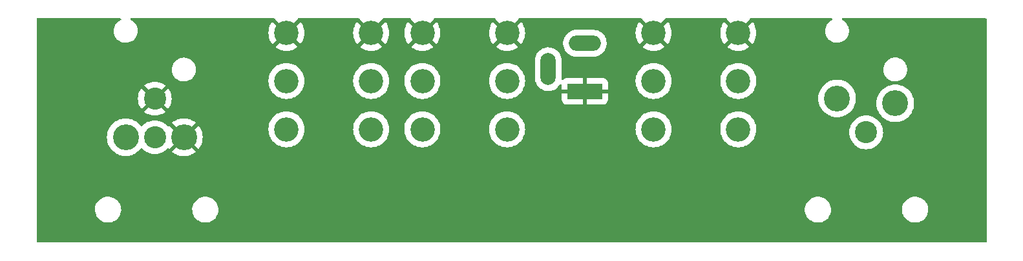
<source format=gbr>
%TF.GenerationSoftware,KiCad,Pcbnew,(6.0.9-0)*%
%TF.CreationDate,2024-08-25T20:51:05+02:00*%
%TF.ProjectId,preamp-test-jacks-board,70726561-6d70-42d7-9465-73742d6a6163,rev?*%
%TF.SameCoordinates,Original*%
%TF.FileFunction,Copper,L2,Bot*%
%TF.FilePolarity,Positive*%
%FSLAX46Y46*%
G04 Gerber Fmt 4.6, Leading zero omitted, Abs format (unit mm)*
G04 Created by KiCad (PCBNEW (6.0.9-0)) date 2024-08-25 20:51:05*
%MOMM*%
%LPD*%
G01*
G04 APERTURE LIST*
%TA.AperFunction,ComponentPad*%
%ADD10C,3.400000*%
%TD*%
%TA.AperFunction,ComponentPad*%
%ADD11C,2.900000*%
%TD*%
%TA.AperFunction,ComponentPad*%
%ADD12R,4.600000X2.000000*%
%TD*%
%TA.AperFunction,ComponentPad*%
%ADD13O,4.200000X2.000000*%
%TD*%
%TA.AperFunction,ComponentPad*%
%ADD14O,2.000000X4.200000*%
%TD*%
%TA.AperFunction,ComponentPad*%
%ADD15C,3.200000*%
%TD*%
G04 APERTURE END LIST*
D10*
%TO.P,J4,1*%
%TO.N,/GND*%
X57060000Y-59390000D03*
%TO.P,J4,2*%
%TO.N,/Out+*%
X49440000Y-59390000D03*
D11*
%TO.P,J4,3*%
%TO.N,/Out-*%
X53250000Y-59390000D03*
%TO.P,J4,G*%
%TO.N,/GND*%
X53250000Y-54310000D03*
%TD*%
D12*
%TO.P,J1,1*%
%TO.N,/GND*%
X109600000Y-53350000D03*
D13*
%TO.P,J1,2*%
%TO.N,/Jack9V*%
X109600000Y-47050000D03*
D14*
%TO.P,J1,3*%
%TO.N,unconnected-(J1-Pad3)*%
X104800000Y-50450000D03*
%TD*%
D15*
%TO.P,J6,R*%
%TO.N,unconnected-(J6-PadR)*%
X70500000Y-52000000D03*
%TO.P,J6,RN*%
%TO.N,unconnected-(J6-PadRN)*%
X81600000Y-52000000D03*
%TO.P,J6,S*%
%TO.N,/GND*%
X70500000Y-45700000D03*
X81600000Y-45700000D03*
%TO.P,J6,T*%
%TO.N,/InstOut*%
X70500000Y-58350000D03*
%TO.P,J6,TN*%
%TO.N,unconnected-(J6-PadTN)*%
X81600000Y-58350000D03*
%TD*%
%TO.P,J5,R*%
%TO.N,unconnected-(J5-PadR)*%
X118600000Y-52000000D03*
%TO.P,J5,RN*%
%TO.N,unconnected-(J5-PadRN)*%
X129700000Y-52000000D03*
%TO.P,J5,S*%
%TO.N,/GND*%
X129700000Y-45700000D03*
X118600000Y-45700000D03*
%TO.P,J5,T*%
%TO.N,/PreOut*%
X118600000Y-58350000D03*
%TO.P,J5,TN*%
%TO.N,unconnected-(J5-PadTN)*%
X129700000Y-58350000D03*
%TD*%
D10*
%TO.P,J2,1*%
%TO.N,/InGND*%
X142640000Y-54300000D03*
%TO.P,J2,2*%
%TO.N,/In+*%
X150260000Y-54935000D03*
D11*
%TO.P,J2,3*%
%TO.N,/In-*%
X146450000Y-58750000D03*
%TD*%
D15*
%TO.P,J3,R*%
%TO.N,unconnected-(J3-PadR)*%
X88300000Y-52000000D03*
%TO.P,J3,RN*%
%TO.N,unconnected-(J3-PadRN)*%
X99400000Y-52000000D03*
%TO.P,J3,S*%
%TO.N,/GND*%
X88300000Y-45700000D03*
X99400000Y-45700000D03*
%TO.P,J3,T*%
%TO.N,/VolumeIn*%
X88300000Y-58350000D03*
%TO.P,J3,TN*%
%TO.N,/PreOut*%
X99400000Y-58350000D03*
%TD*%
%TA.AperFunction,Conductor*%
%TO.N,/GND*%
G36*
X48794635Y-43782502D02*
G01*
X48841128Y-43836158D01*
X48851232Y-43906432D01*
X48821738Y-43971012D01*
X48775746Y-44004484D01*
X48713745Y-44030802D01*
X48709461Y-44033500D01*
X48505260Y-44162092D01*
X48505257Y-44162094D01*
X48500981Y-44164787D01*
X48312375Y-44331065D01*
X48152780Y-44525359D01*
X48026303Y-44742670D01*
X48024488Y-44747399D01*
X47940035Y-44967406D01*
X47936196Y-44977406D01*
X47935162Y-44982356D01*
X47935161Y-44982359D01*
X47912381Y-45091403D01*
X47884778Y-45223530D01*
X47873372Y-45474708D01*
X47873953Y-45479728D01*
X47873953Y-45479732D01*
X47889190Y-45611421D01*
X47902271Y-45724478D01*
X47970733Y-45966416D01*
X48076995Y-46194295D01*
X48079836Y-46198475D01*
X48079838Y-46198479D01*
X48161439Y-46318551D01*
X48218323Y-46402253D01*
X48221798Y-46405928D01*
X48221799Y-46405929D01*
X48381625Y-46574941D01*
X48391082Y-46584941D01*
X48395108Y-46588019D01*
X48395109Y-46588020D01*
X48586807Y-46734585D01*
X48586811Y-46734588D01*
X48590827Y-46737658D01*
X48812420Y-46856475D01*
X49050158Y-46938334D01*
X49162993Y-46957824D01*
X49294016Y-46980456D01*
X49294022Y-46980457D01*
X49297926Y-46981131D01*
X49301887Y-46981311D01*
X49301888Y-46981311D01*
X49326653Y-46982436D01*
X49326672Y-46982436D01*
X49328072Y-46982500D01*
X49503176Y-46982500D01*
X49505684Y-46982298D01*
X49505689Y-46982298D01*
X49685585Y-46967824D01*
X49685589Y-46967823D01*
X49690627Y-46967418D01*
X49695535Y-46966212D01*
X49695538Y-46966212D01*
X49929892Y-46908649D01*
X49934806Y-46907442D01*
X49939458Y-46905467D01*
X49939462Y-46905466D01*
X50161597Y-46811175D01*
X50166255Y-46809198D01*
X50246317Y-46758780D01*
X50374740Y-46677908D01*
X50374743Y-46677906D01*
X50379019Y-46675213D01*
X50567625Y-46508935D01*
X50727220Y-46314641D01*
X50853697Y-46097330D01*
X50901020Y-45974049D01*
X50941991Y-45867318D01*
X50941992Y-45867314D01*
X50943804Y-45862594D01*
X50946928Y-45847641D01*
X50976911Y-45704119D01*
X68133202Y-45704119D01*
X68152913Y-46004849D01*
X68153987Y-46013007D01*
X68212783Y-46308597D01*
X68214914Y-46316549D01*
X68311785Y-46601923D01*
X68314940Y-46609542D01*
X68448233Y-46879831D01*
X68452354Y-46886969D01*
X68619786Y-47137548D01*
X68624802Y-47144085D01*
X68646451Y-47168770D01*
X68659690Y-47177167D01*
X68669456Y-47171333D01*
X70127980Y-45712810D01*
X70134357Y-45701131D01*
X70864408Y-45701131D01*
X70864539Y-45702966D01*
X70868790Y-45709580D01*
X72328791Y-47169580D01*
X72342551Y-47177094D01*
X72351914Y-47170634D01*
X72375198Y-47144085D01*
X72380214Y-47137548D01*
X72547646Y-46886969D01*
X72551767Y-46879831D01*
X72685060Y-46609542D01*
X72688215Y-46601923D01*
X72785086Y-46316549D01*
X72787217Y-46308597D01*
X72846013Y-46013007D01*
X72847087Y-46004849D01*
X72866798Y-45704119D01*
X79233202Y-45704119D01*
X79252913Y-46004849D01*
X79253987Y-46013007D01*
X79312783Y-46308597D01*
X79314914Y-46316549D01*
X79411785Y-46601923D01*
X79414940Y-46609542D01*
X79548233Y-46879831D01*
X79552354Y-46886969D01*
X79719786Y-47137548D01*
X79724802Y-47144085D01*
X79746451Y-47168770D01*
X79759690Y-47177167D01*
X79769456Y-47171333D01*
X81227980Y-45712810D01*
X81234357Y-45701131D01*
X81964408Y-45701131D01*
X81964539Y-45702966D01*
X81968790Y-45709580D01*
X83428791Y-47169580D01*
X83442551Y-47177094D01*
X83451914Y-47170634D01*
X83475198Y-47144085D01*
X83480214Y-47137548D01*
X83647646Y-46886969D01*
X83651767Y-46879831D01*
X83785060Y-46609542D01*
X83788215Y-46601923D01*
X83885086Y-46316549D01*
X83887217Y-46308597D01*
X83946013Y-46013007D01*
X83947087Y-46004849D01*
X83966798Y-45704119D01*
X85933202Y-45704119D01*
X85952913Y-46004849D01*
X85953987Y-46013007D01*
X86012783Y-46308597D01*
X86014914Y-46316549D01*
X86111785Y-46601923D01*
X86114940Y-46609542D01*
X86248233Y-46879831D01*
X86252354Y-46886969D01*
X86419786Y-47137548D01*
X86424802Y-47144085D01*
X86446451Y-47168770D01*
X86459690Y-47177167D01*
X86469456Y-47171333D01*
X87927980Y-45712810D01*
X87934357Y-45701131D01*
X88664408Y-45701131D01*
X88664539Y-45702966D01*
X88668790Y-45709580D01*
X90128791Y-47169580D01*
X90142551Y-47177094D01*
X90151914Y-47170634D01*
X90175198Y-47144085D01*
X90180214Y-47137548D01*
X90347646Y-46886969D01*
X90351767Y-46879831D01*
X90485060Y-46609542D01*
X90488215Y-46601923D01*
X90585086Y-46316549D01*
X90587217Y-46308597D01*
X90646013Y-46013007D01*
X90647087Y-46004849D01*
X90666798Y-45704119D01*
X97033202Y-45704119D01*
X97052913Y-46004849D01*
X97053987Y-46013007D01*
X97112783Y-46308597D01*
X97114914Y-46316549D01*
X97211785Y-46601923D01*
X97214940Y-46609542D01*
X97348233Y-46879831D01*
X97352354Y-46886969D01*
X97519786Y-47137548D01*
X97524802Y-47144085D01*
X97546451Y-47168770D01*
X97559690Y-47177167D01*
X97569456Y-47171333D01*
X99027980Y-45712810D01*
X99034357Y-45701131D01*
X99764408Y-45701131D01*
X99764539Y-45702966D01*
X99768790Y-45709580D01*
X101228791Y-47169580D01*
X101242551Y-47177094D01*
X101251914Y-47170634D01*
X101263082Y-47157900D01*
X106735855Y-47157900D01*
X106771181Y-47417472D01*
X106844486Y-47668971D01*
X106846447Y-47673224D01*
X106846447Y-47673225D01*
X106857153Y-47696447D01*
X106954160Y-47906873D01*
X106956723Y-47910782D01*
X107095228Y-48122038D01*
X107095232Y-48122043D01*
X107097794Y-48125951D01*
X107272232Y-48321391D01*
X107473641Y-48488902D01*
X107697598Y-48624802D01*
X107701912Y-48626611D01*
X107701914Y-48626612D01*
X107934867Y-48724298D01*
X107934872Y-48724300D01*
X107939182Y-48726107D01*
X107943714Y-48727258D01*
X107943717Y-48727259D01*
X108188550Y-48789439D01*
X108188553Y-48789440D01*
X108193087Y-48790591D01*
X108197743Y-48791060D01*
X108197744Y-48791060D01*
X108407533Y-48812184D01*
X108407534Y-48812184D01*
X108410672Y-48812500D01*
X110766502Y-48812500D01*
X110768827Y-48812327D01*
X110768833Y-48812327D01*
X110956593Y-48798374D01*
X110956597Y-48798373D01*
X110961245Y-48798028D01*
X111216750Y-48740213D01*
X111221104Y-48738520D01*
X111456550Y-48646960D01*
X111456552Y-48646959D01*
X111460903Y-48645267D01*
X111493543Y-48626612D01*
X111684284Y-48517595D01*
X111684286Y-48517593D01*
X111688341Y-48515276D01*
X111894067Y-48353095D01*
X112073560Y-48162287D01*
X112096345Y-48129443D01*
X112220215Y-47950887D01*
X112220217Y-47950884D01*
X112222880Y-47947045D01*
X112242691Y-47906873D01*
X112336679Y-47716283D01*
X112336680Y-47716280D01*
X112338744Y-47712095D01*
X112393015Y-47542551D01*
X117122906Y-47542551D01*
X117129366Y-47551914D01*
X117155915Y-47575198D01*
X117162452Y-47580214D01*
X117413031Y-47747646D01*
X117420169Y-47751767D01*
X117690458Y-47885060D01*
X117698077Y-47888215D01*
X117983451Y-47985086D01*
X117991403Y-47987217D01*
X118286993Y-48046013D01*
X118295151Y-48047087D01*
X118595881Y-48066798D01*
X118604119Y-48066798D01*
X118904849Y-48047087D01*
X118913007Y-48046013D01*
X119208597Y-47987217D01*
X119216549Y-47985086D01*
X119501923Y-47888215D01*
X119509542Y-47885060D01*
X119779831Y-47751767D01*
X119786969Y-47747646D01*
X120037548Y-47580214D01*
X120044085Y-47575198D01*
X120068770Y-47553549D01*
X120075746Y-47542551D01*
X128222906Y-47542551D01*
X128229366Y-47551914D01*
X128255915Y-47575198D01*
X128262452Y-47580214D01*
X128513031Y-47747646D01*
X128520169Y-47751767D01*
X128790458Y-47885060D01*
X128798077Y-47888215D01*
X129083451Y-47985086D01*
X129091403Y-47987217D01*
X129386993Y-48046013D01*
X129395151Y-48047087D01*
X129695881Y-48066798D01*
X129704119Y-48066798D01*
X130004849Y-48047087D01*
X130013007Y-48046013D01*
X130308597Y-47987217D01*
X130316549Y-47985086D01*
X130601923Y-47888215D01*
X130609542Y-47885060D01*
X130879831Y-47751767D01*
X130886969Y-47747646D01*
X131137548Y-47580214D01*
X131144085Y-47575198D01*
X131168770Y-47553549D01*
X131177167Y-47540310D01*
X131171333Y-47530544D01*
X129712810Y-46072020D01*
X129698869Y-46064408D01*
X129697034Y-46064539D01*
X129690420Y-46068790D01*
X128230420Y-47528791D01*
X128222906Y-47542551D01*
X120075746Y-47542551D01*
X120077167Y-47540310D01*
X120071333Y-47530544D01*
X118612810Y-46072020D01*
X118598869Y-46064408D01*
X118597034Y-46064539D01*
X118590420Y-46068790D01*
X117130420Y-47528791D01*
X117122906Y-47542551D01*
X112393015Y-47542551D01*
X112418607Y-47462601D01*
X112460716Y-47204043D01*
X112463814Y-46967418D01*
X112464084Y-46946777D01*
X112464084Y-46946774D01*
X112464145Y-46942100D01*
X112428819Y-46682528D01*
X112427473Y-46677908D01*
X112405325Y-46601923D01*
X112355514Y-46431029D01*
X112245840Y-46193127D01*
X112179932Y-46092601D01*
X112104772Y-45977962D01*
X112104768Y-45977957D01*
X112102206Y-45974049D01*
X111927768Y-45778609D01*
X111838204Y-45704119D01*
X116233202Y-45704119D01*
X116252913Y-46004849D01*
X116253987Y-46013007D01*
X116312783Y-46308597D01*
X116314914Y-46316549D01*
X116411785Y-46601923D01*
X116414940Y-46609542D01*
X116548233Y-46879831D01*
X116552354Y-46886969D01*
X116719786Y-47137548D01*
X116724802Y-47144085D01*
X116746451Y-47168770D01*
X116759690Y-47177167D01*
X116769456Y-47171333D01*
X118227980Y-45712810D01*
X118234357Y-45701131D01*
X118964408Y-45701131D01*
X118964539Y-45702966D01*
X118968790Y-45709580D01*
X120428791Y-47169580D01*
X120442551Y-47177094D01*
X120451914Y-47170634D01*
X120475198Y-47144085D01*
X120480214Y-47137548D01*
X120647646Y-46886969D01*
X120651767Y-46879831D01*
X120785060Y-46609542D01*
X120788215Y-46601923D01*
X120885086Y-46316549D01*
X120887217Y-46308597D01*
X120946013Y-46013007D01*
X120947087Y-46004849D01*
X120966798Y-45704119D01*
X127333202Y-45704119D01*
X127352913Y-46004849D01*
X127353987Y-46013007D01*
X127412783Y-46308597D01*
X127414914Y-46316549D01*
X127511785Y-46601923D01*
X127514940Y-46609542D01*
X127648233Y-46879831D01*
X127652354Y-46886969D01*
X127819786Y-47137548D01*
X127824802Y-47144085D01*
X127846451Y-47168770D01*
X127859690Y-47177167D01*
X127869456Y-47171333D01*
X129327980Y-45712810D01*
X129334357Y-45701131D01*
X130064408Y-45701131D01*
X130064539Y-45702966D01*
X130068790Y-45709580D01*
X131528791Y-47169580D01*
X131542551Y-47177094D01*
X131551914Y-47170634D01*
X131575198Y-47144085D01*
X131580214Y-47137548D01*
X131747646Y-46886969D01*
X131751767Y-46879831D01*
X131885060Y-46609542D01*
X131888215Y-46601923D01*
X131985086Y-46316549D01*
X131987217Y-46308597D01*
X132046013Y-46013007D01*
X132047087Y-46004849D01*
X132066798Y-45704119D01*
X132066798Y-45695881D01*
X132047087Y-45395151D01*
X132046013Y-45386993D01*
X131987217Y-45091403D01*
X131985086Y-45083451D01*
X131888215Y-44798077D01*
X131885060Y-44790458D01*
X131751767Y-44520169D01*
X131747646Y-44513031D01*
X131580214Y-44262452D01*
X131575198Y-44255915D01*
X131553549Y-44231230D01*
X131540310Y-44222833D01*
X131530544Y-44228667D01*
X130072020Y-45687190D01*
X130064408Y-45701131D01*
X129334357Y-45701131D01*
X129335592Y-45698869D01*
X129335461Y-45697034D01*
X129331210Y-45690420D01*
X127871209Y-44230420D01*
X127857449Y-44222906D01*
X127848086Y-44229366D01*
X127824802Y-44255915D01*
X127819786Y-44262452D01*
X127652354Y-44513031D01*
X127648233Y-44520169D01*
X127514940Y-44790458D01*
X127511785Y-44798077D01*
X127414914Y-45083451D01*
X127412783Y-45091403D01*
X127353987Y-45386993D01*
X127352913Y-45395151D01*
X127333202Y-45695881D01*
X127333202Y-45704119D01*
X120966798Y-45704119D01*
X120966798Y-45695881D01*
X120947087Y-45395151D01*
X120946013Y-45386993D01*
X120887217Y-45091403D01*
X120885086Y-45083451D01*
X120788215Y-44798077D01*
X120785060Y-44790458D01*
X120651767Y-44520169D01*
X120647646Y-44513031D01*
X120480214Y-44262452D01*
X120475198Y-44255915D01*
X120453549Y-44231230D01*
X120440310Y-44222833D01*
X120430544Y-44228667D01*
X118972020Y-45687190D01*
X118964408Y-45701131D01*
X118234357Y-45701131D01*
X118235592Y-45698869D01*
X118235461Y-45697034D01*
X118231210Y-45690420D01*
X116771209Y-44230420D01*
X116757449Y-44222906D01*
X116748086Y-44229366D01*
X116724802Y-44255915D01*
X116719786Y-44262452D01*
X116552354Y-44513031D01*
X116548233Y-44520169D01*
X116414940Y-44790458D01*
X116411785Y-44798077D01*
X116314914Y-45083451D01*
X116312783Y-45091403D01*
X116253987Y-45386993D01*
X116252913Y-45395151D01*
X116233202Y-45695881D01*
X116233202Y-45704119D01*
X111838204Y-45704119D01*
X111726359Y-45611098D01*
X111502402Y-45475198D01*
X111489181Y-45469654D01*
X111265133Y-45375702D01*
X111265128Y-45375700D01*
X111260818Y-45373893D01*
X111256286Y-45372742D01*
X111256283Y-45372741D01*
X111011450Y-45310561D01*
X111011447Y-45310560D01*
X111006913Y-45309409D01*
X111002257Y-45308940D01*
X111002256Y-45308940D01*
X110792467Y-45287816D01*
X110792466Y-45287816D01*
X110789328Y-45287500D01*
X108433498Y-45287500D01*
X108431173Y-45287673D01*
X108431167Y-45287673D01*
X108243407Y-45301626D01*
X108243403Y-45301627D01*
X108238755Y-45301972D01*
X107983250Y-45359787D01*
X107978898Y-45361479D01*
X107978896Y-45361480D01*
X107743450Y-45453040D01*
X107743448Y-45453041D01*
X107739097Y-45454733D01*
X107735043Y-45457050D01*
X107735041Y-45457051D01*
X107695358Y-45479732D01*
X107511659Y-45584724D01*
X107305933Y-45746905D01*
X107126440Y-45937713D01*
X107123773Y-45941558D01*
X107123771Y-45941560D01*
X107015709Y-46097330D01*
X106977120Y-46152955D01*
X106975054Y-46157145D01*
X106975052Y-46157148D01*
X106896445Y-46316549D01*
X106861256Y-46387905D01*
X106859834Y-46392348D01*
X106859833Y-46392350D01*
X106848814Y-46426775D01*
X106781393Y-46637399D01*
X106780643Y-46642006D01*
X106780642Y-46642009D01*
X106774774Y-46678040D01*
X106739284Y-46895957D01*
X106735855Y-47157900D01*
X101263082Y-47157900D01*
X101275198Y-47144085D01*
X101280214Y-47137548D01*
X101447646Y-46886969D01*
X101451767Y-46879831D01*
X101585060Y-46609542D01*
X101588215Y-46601923D01*
X101685086Y-46316549D01*
X101687217Y-46308597D01*
X101746013Y-46013007D01*
X101747087Y-46004849D01*
X101766798Y-45704119D01*
X101766798Y-45695881D01*
X101747087Y-45395151D01*
X101746013Y-45386993D01*
X101687217Y-45091403D01*
X101685086Y-45083451D01*
X101588215Y-44798077D01*
X101585060Y-44790458D01*
X101451767Y-44520169D01*
X101447646Y-44513031D01*
X101280214Y-44262452D01*
X101275198Y-44255915D01*
X101253549Y-44231230D01*
X101240310Y-44222833D01*
X101230544Y-44228667D01*
X99772020Y-45687190D01*
X99764408Y-45701131D01*
X99034357Y-45701131D01*
X99035592Y-45698869D01*
X99035461Y-45697034D01*
X99031210Y-45690420D01*
X97571209Y-44230420D01*
X97557449Y-44222906D01*
X97548086Y-44229366D01*
X97524802Y-44255915D01*
X97519786Y-44262452D01*
X97352354Y-44513031D01*
X97348233Y-44520169D01*
X97214940Y-44790458D01*
X97211785Y-44798077D01*
X97114914Y-45083451D01*
X97112783Y-45091403D01*
X97053987Y-45386993D01*
X97052913Y-45395151D01*
X97033202Y-45695881D01*
X97033202Y-45704119D01*
X90666798Y-45704119D01*
X90666798Y-45695881D01*
X90647087Y-45395151D01*
X90646013Y-45386993D01*
X90587217Y-45091403D01*
X90585086Y-45083451D01*
X90488215Y-44798077D01*
X90485060Y-44790458D01*
X90351767Y-44520169D01*
X90347646Y-44513031D01*
X90180214Y-44262452D01*
X90175198Y-44255915D01*
X90153549Y-44231230D01*
X90140310Y-44222833D01*
X90130544Y-44228667D01*
X88672020Y-45687190D01*
X88664408Y-45701131D01*
X87934357Y-45701131D01*
X87935592Y-45698869D01*
X87935461Y-45697034D01*
X87931210Y-45690420D01*
X86471209Y-44230420D01*
X86457449Y-44222906D01*
X86448086Y-44229366D01*
X86424802Y-44255915D01*
X86419786Y-44262452D01*
X86252354Y-44513031D01*
X86248233Y-44520169D01*
X86114940Y-44790458D01*
X86111785Y-44798077D01*
X86014914Y-45083451D01*
X86012783Y-45091403D01*
X85953987Y-45386993D01*
X85952913Y-45395151D01*
X85933202Y-45695881D01*
X85933202Y-45704119D01*
X83966798Y-45704119D01*
X83966798Y-45695881D01*
X83947087Y-45395151D01*
X83946013Y-45386993D01*
X83887217Y-45091403D01*
X83885086Y-45083451D01*
X83788215Y-44798077D01*
X83785060Y-44790458D01*
X83651767Y-44520169D01*
X83647646Y-44513031D01*
X83480214Y-44262452D01*
X83475198Y-44255915D01*
X83453549Y-44231230D01*
X83440310Y-44222833D01*
X83430544Y-44228667D01*
X81972020Y-45687190D01*
X81964408Y-45701131D01*
X81234357Y-45701131D01*
X81235592Y-45698869D01*
X81235461Y-45697034D01*
X81231210Y-45690420D01*
X79771209Y-44230420D01*
X79757449Y-44222906D01*
X79748086Y-44229366D01*
X79724802Y-44255915D01*
X79719786Y-44262452D01*
X79552354Y-44513031D01*
X79548233Y-44520169D01*
X79414940Y-44790458D01*
X79411785Y-44798077D01*
X79314914Y-45083451D01*
X79312783Y-45091403D01*
X79253987Y-45386993D01*
X79252913Y-45395151D01*
X79233202Y-45695881D01*
X79233202Y-45704119D01*
X72866798Y-45704119D01*
X72866798Y-45695881D01*
X72847087Y-45395151D01*
X72846013Y-45386993D01*
X72787217Y-45091403D01*
X72785086Y-45083451D01*
X72688215Y-44798077D01*
X72685060Y-44790458D01*
X72551767Y-44520169D01*
X72547646Y-44513031D01*
X72380214Y-44262452D01*
X72375198Y-44255915D01*
X72353549Y-44231230D01*
X72340310Y-44222833D01*
X72330544Y-44228667D01*
X70872020Y-45687190D01*
X70864408Y-45701131D01*
X70134357Y-45701131D01*
X70135592Y-45698869D01*
X70135461Y-45697034D01*
X70131210Y-45690420D01*
X68671209Y-44230420D01*
X68657449Y-44222906D01*
X68648086Y-44229366D01*
X68624802Y-44255915D01*
X68619786Y-44262452D01*
X68452354Y-44513031D01*
X68448233Y-44520169D01*
X68314940Y-44790458D01*
X68311785Y-44798077D01*
X68214914Y-45083451D01*
X68212783Y-45091403D01*
X68153987Y-45386993D01*
X68152913Y-45395151D01*
X68133202Y-45695881D01*
X68133202Y-45704119D01*
X50976911Y-45704119D01*
X50994188Y-45621421D01*
X50994188Y-45621417D01*
X50995222Y-45616470D01*
X51006628Y-45365292D01*
X51003177Y-45335461D01*
X50978311Y-45120552D01*
X50977729Y-45115522D01*
X50909267Y-44873584D01*
X50803005Y-44645705D01*
X50799323Y-44640286D01*
X50664524Y-44441936D01*
X50664523Y-44441935D01*
X50661677Y-44437747D01*
X50652221Y-44427747D01*
X50492398Y-44258739D01*
X50488918Y-44255059D01*
X50475839Y-44245059D01*
X50293193Y-44105415D01*
X50293189Y-44105412D01*
X50289173Y-44102342D01*
X50097455Y-43999544D01*
X50046872Y-43949726D01*
X50031252Y-43880469D01*
X50055556Y-43813762D01*
X50112066Y-43770783D01*
X50156996Y-43762500D01*
X68896890Y-43762500D01*
X68965011Y-43782502D01*
X69011504Y-43836158D01*
X69013102Y-43843400D01*
X69028667Y-43869456D01*
X70487190Y-45327980D01*
X70501131Y-45335592D01*
X70502966Y-45335461D01*
X70509580Y-45331210D01*
X71969580Y-43871209D01*
X71993113Y-43828113D01*
X72043316Y-43777912D01*
X72103700Y-43762500D01*
X79996890Y-43762500D01*
X80065011Y-43782502D01*
X80111504Y-43836158D01*
X80113102Y-43843400D01*
X80128667Y-43869456D01*
X81587190Y-45327980D01*
X81601131Y-45335592D01*
X81602966Y-45335461D01*
X81609580Y-45331210D01*
X83069580Y-43871209D01*
X83093113Y-43828113D01*
X83143316Y-43777912D01*
X83203700Y-43762500D01*
X86696890Y-43762500D01*
X86765011Y-43782502D01*
X86811504Y-43836158D01*
X86813102Y-43843400D01*
X86828667Y-43869456D01*
X88287190Y-45327980D01*
X88301131Y-45335592D01*
X88302966Y-45335461D01*
X88309580Y-45331210D01*
X89769580Y-43871209D01*
X89793113Y-43828113D01*
X89843316Y-43777912D01*
X89903700Y-43762500D01*
X97796890Y-43762500D01*
X97865011Y-43782502D01*
X97911504Y-43836158D01*
X97913102Y-43843400D01*
X97928667Y-43869456D01*
X99387190Y-45327980D01*
X99401131Y-45335592D01*
X99402966Y-45335461D01*
X99409580Y-45331210D01*
X100869580Y-43871209D01*
X100893113Y-43828113D01*
X100943316Y-43777912D01*
X101003700Y-43762500D01*
X116996890Y-43762500D01*
X117065011Y-43782502D01*
X117111504Y-43836158D01*
X117113102Y-43843400D01*
X117128667Y-43869456D01*
X118587190Y-45327980D01*
X118601131Y-45335592D01*
X118602966Y-45335461D01*
X118609580Y-45331210D01*
X120069580Y-43871209D01*
X120093113Y-43828113D01*
X120143316Y-43777912D01*
X120203700Y-43762500D01*
X128096890Y-43762500D01*
X128165011Y-43782502D01*
X128211504Y-43836158D01*
X128213102Y-43843400D01*
X128228667Y-43869456D01*
X129687190Y-45327980D01*
X129701131Y-45335592D01*
X129702966Y-45335461D01*
X129709580Y-45331210D01*
X131169580Y-43871209D01*
X131193113Y-43828113D01*
X131243316Y-43777912D01*
X131303700Y-43762500D01*
X141902956Y-43762500D01*
X141971077Y-43782502D01*
X142017570Y-43836158D01*
X142027674Y-43906432D01*
X141998180Y-43971012D01*
X141952188Y-44004484D01*
X141913745Y-44020802D01*
X141893581Y-44033500D01*
X141705260Y-44152092D01*
X141705257Y-44152094D01*
X141700981Y-44154787D01*
X141512375Y-44321065D01*
X141352780Y-44515359D01*
X141350236Y-44519730D01*
X141349236Y-44521449D01*
X141226303Y-44732670D01*
X141220649Y-44747399D01*
X141177809Y-44859002D01*
X141136196Y-44967406D01*
X141135162Y-44972356D01*
X141135161Y-44972359D01*
X141110292Y-45091403D01*
X141084778Y-45213530D01*
X141073372Y-45464708D01*
X141073953Y-45469728D01*
X141073953Y-45469732D01*
X141090347Y-45611421D01*
X141102271Y-45714478D01*
X141103650Y-45719350D01*
X141103650Y-45719352D01*
X141119573Y-45775621D01*
X141170733Y-45956416D01*
X141276995Y-46184295D01*
X141279836Y-46188475D01*
X141279838Y-46188479D01*
X141368235Y-46318551D01*
X141418323Y-46392253D01*
X141421798Y-46395928D01*
X141421799Y-46395929D01*
X141459246Y-46435528D01*
X141591082Y-46574941D01*
X141595108Y-46578019D01*
X141595109Y-46578020D01*
X141786807Y-46724585D01*
X141786811Y-46724588D01*
X141790827Y-46727658D01*
X142012420Y-46846475D01*
X142017209Y-46848124D01*
X142041462Y-46856475D01*
X142250158Y-46928334D01*
X142379228Y-46950628D01*
X142494016Y-46970456D01*
X142494022Y-46970457D01*
X142497926Y-46971131D01*
X142501887Y-46971311D01*
X142501888Y-46971311D01*
X142526653Y-46972436D01*
X142526672Y-46972436D01*
X142528072Y-46972500D01*
X142703176Y-46972500D01*
X142705684Y-46972298D01*
X142705689Y-46972298D01*
X142885585Y-46957824D01*
X142885589Y-46957823D01*
X142890627Y-46957418D01*
X142895535Y-46956212D01*
X142895538Y-46956212D01*
X143129892Y-46898649D01*
X143134806Y-46897442D01*
X143139458Y-46895467D01*
X143139462Y-46895466D01*
X143342696Y-46809198D01*
X143366255Y-46799198D01*
X143463979Y-46737658D01*
X143574740Y-46667908D01*
X143574743Y-46667906D01*
X143579019Y-46665213D01*
X143767625Y-46498935D01*
X143927220Y-46304641D01*
X144053697Y-46087330D01*
X144101980Y-45961549D01*
X144141991Y-45857318D01*
X144141992Y-45857314D01*
X144143804Y-45852594D01*
X144158531Y-45782099D01*
X144194188Y-45611421D01*
X144194188Y-45611417D01*
X144195222Y-45606470D01*
X144206628Y-45355292D01*
X144198805Y-45287673D01*
X144178311Y-45110552D01*
X144177729Y-45105522D01*
X144171484Y-45083451D01*
X144110644Y-44868451D01*
X144109267Y-44863584D01*
X144003005Y-44635705D01*
X143861677Y-44427747D01*
X143701855Y-44258739D01*
X143692398Y-44248739D01*
X143688918Y-44245059D01*
X143684891Y-44241980D01*
X143493193Y-44095415D01*
X143493189Y-44095412D01*
X143489173Y-44092342D01*
X143316105Y-43999544D01*
X143265522Y-43949726D01*
X143249902Y-43880469D01*
X143274206Y-43813762D01*
X143330716Y-43770783D01*
X143375646Y-43762500D01*
X162111500Y-43762500D01*
X162179621Y-43782502D01*
X162226114Y-43836158D01*
X162237500Y-43888500D01*
X162237500Y-73111500D01*
X162217498Y-73179621D01*
X162163842Y-73226114D01*
X162111500Y-73237500D01*
X37888500Y-73237500D01*
X37820379Y-73217498D01*
X37773886Y-73163842D01*
X37762500Y-73111500D01*
X37762500Y-68810111D01*
X45414814Y-68810111D01*
X45420952Y-69070586D01*
X45466420Y-69327135D01*
X45550170Y-69573855D01*
X45552371Y-69578091D01*
X45552373Y-69578097D01*
X45610223Y-69689462D01*
X45670275Y-69805068D01*
X45823972Y-70015453D01*
X45827346Y-70018845D01*
X45827348Y-70018847D01*
X46004348Y-70196776D01*
X46004353Y-70196780D01*
X46007724Y-70200169D01*
X46011570Y-70203010D01*
X46011575Y-70203014D01*
X46152812Y-70307333D01*
X46217302Y-70354966D01*
X46221532Y-70357192D01*
X46221536Y-70357194D01*
X46386857Y-70444173D01*
X46447883Y-70476280D01*
X46694161Y-70561321D01*
X46950468Y-70608131D01*
X47033832Y-70612500D01*
X47196257Y-70612500D01*
X47198636Y-70612319D01*
X47198637Y-70612319D01*
X47385030Y-70598141D01*
X47385035Y-70598140D01*
X47389797Y-70597778D01*
X47394450Y-70596699D01*
X47394453Y-70596699D01*
X47638951Y-70540027D01*
X47638950Y-70540027D01*
X47643615Y-70538946D01*
X47885613Y-70442398D01*
X48110223Y-70310357D01*
X48312277Y-70145859D01*
X48487123Y-69952692D01*
X48630739Y-69735300D01*
X48703211Y-69578097D01*
X48737813Y-69503038D01*
X48737814Y-69503035D01*
X48739819Y-69498686D01*
X48811854Y-69248295D01*
X48845186Y-68989889D01*
X48840950Y-68810111D01*
X58154814Y-68810111D01*
X58160952Y-69070586D01*
X58206420Y-69327135D01*
X58290170Y-69573855D01*
X58292371Y-69578091D01*
X58292373Y-69578097D01*
X58350223Y-69689462D01*
X58410275Y-69805068D01*
X58563972Y-70015453D01*
X58567346Y-70018845D01*
X58567348Y-70018847D01*
X58744348Y-70196776D01*
X58744353Y-70196780D01*
X58747724Y-70200169D01*
X58751570Y-70203010D01*
X58751575Y-70203014D01*
X58892812Y-70307333D01*
X58957302Y-70354966D01*
X58961532Y-70357192D01*
X58961536Y-70357194D01*
X59126857Y-70444173D01*
X59187883Y-70476280D01*
X59434161Y-70561321D01*
X59690468Y-70608131D01*
X59773832Y-70612500D01*
X59936257Y-70612500D01*
X59938636Y-70612319D01*
X59938637Y-70612319D01*
X60125030Y-70598141D01*
X60125035Y-70598140D01*
X60129797Y-70597778D01*
X60134450Y-70596699D01*
X60134453Y-70596699D01*
X60378951Y-70540027D01*
X60378950Y-70540027D01*
X60383615Y-70538946D01*
X60625613Y-70442398D01*
X60850223Y-70310357D01*
X61052277Y-70145859D01*
X61227123Y-69952692D01*
X61370739Y-69735300D01*
X61443211Y-69578097D01*
X61477813Y-69503038D01*
X61477814Y-69503035D01*
X61479819Y-69498686D01*
X61551854Y-69248295D01*
X61585186Y-68989889D01*
X61580950Y-68810111D01*
X138414814Y-68810111D01*
X138420952Y-69070586D01*
X138466420Y-69327135D01*
X138550170Y-69573855D01*
X138552371Y-69578091D01*
X138552373Y-69578097D01*
X138610222Y-69689461D01*
X138670275Y-69805068D01*
X138823972Y-70015453D01*
X138827346Y-70018845D01*
X138827348Y-70018847D01*
X139004348Y-70196776D01*
X139004353Y-70196780D01*
X139007724Y-70200169D01*
X139011570Y-70203010D01*
X139011575Y-70203014D01*
X139152812Y-70307333D01*
X139217302Y-70354966D01*
X139221532Y-70357192D01*
X139221536Y-70357194D01*
X139386857Y-70444173D01*
X139447883Y-70476280D01*
X139694161Y-70561321D01*
X139950468Y-70608131D01*
X140033832Y-70612500D01*
X140196257Y-70612500D01*
X140198636Y-70612319D01*
X140198637Y-70612319D01*
X140385030Y-70598141D01*
X140385035Y-70598140D01*
X140389797Y-70597778D01*
X140394450Y-70596699D01*
X140394453Y-70596699D01*
X140638951Y-70540027D01*
X140638950Y-70540027D01*
X140643615Y-70538946D01*
X140885613Y-70442398D01*
X141110223Y-70310357D01*
X141312277Y-70145859D01*
X141487123Y-69952692D01*
X141630739Y-69735300D01*
X141703211Y-69578097D01*
X141737813Y-69503038D01*
X141737814Y-69503035D01*
X141739819Y-69498686D01*
X141811854Y-69248295D01*
X141845186Y-68989889D01*
X141840950Y-68810111D01*
X151154814Y-68810111D01*
X151160952Y-69070586D01*
X151206420Y-69327135D01*
X151290170Y-69573855D01*
X151292371Y-69578091D01*
X151292373Y-69578097D01*
X151350222Y-69689461D01*
X151410275Y-69805068D01*
X151563972Y-70015453D01*
X151567346Y-70018845D01*
X151567348Y-70018847D01*
X151744348Y-70196776D01*
X151744353Y-70196780D01*
X151747724Y-70200169D01*
X151751570Y-70203010D01*
X151751575Y-70203014D01*
X151892812Y-70307333D01*
X151957302Y-70354966D01*
X151961532Y-70357192D01*
X151961536Y-70357194D01*
X152126857Y-70444173D01*
X152187883Y-70476280D01*
X152434161Y-70561321D01*
X152690468Y-70608131D01*
X152773832Y-70612500D01*
X152936257Y-70612500D01*
X152938636Y-70612319D01*
X152938637Y-70612319D01*
X153125030Y-70598141D01*
X153125035Y-70598140D01*
X153129797Y-70597778D01*
X153134450Y-70596699D01*
X153134453Y-70596699D01*
X153378951Y-70540027D01*
X153378950Y-70540027D01*
X153383615Y-70538946D01*
X153625613Y-70442398D01*
X153850223Y-70310357D01*
X154052277Y-70145859D01*
X154227123Y-69952692D01*
X154370739Y-69735300D01*
X154443211Y-69578097D01*
X154477813Y-69503038D01*
X154477814Y-69503035D01*
X154479819Y-69498686D01*
X154551854Y-69248295D01*
X154585186Y-68989889D01*
X154579048Y-68729414D01*
X154533580Y-68472865D01*
X154449830Y-68226145D01*
X154447629Y-68221909D01*
X154447627Y-68221903D01*
X154363892Y-68060707D01*
X154329725Y-67994932D01*
X154176028Y-67784547D01*
X154172652Y-67781153D01*
X153995652Y-67603224D01*
X153995647Y-67603220D01*
X153992276Y-67599831D01*
X153988430Y-67596990D01*
X153988425Y-67596986D01*
X153786550Y-67447879D01*
X153786549Y-67447878D01*
X153782698Y-67445034D01*
X153778468Y-67442808D01*
X153778464Y-67442806D01*
X153556354Y-67325949D01*
X153556352Y-67325948D01*
X153552117Y-67323720D01*
X153305839Y-67238679D01*
X153049532Y-67191869D01*
X152966168Y-67187500D01*
X152803743Y-67187500D01*
X152801364Y-67187681D01*
X152801363Y-67187681D01*
X152614970Y-67201859D01*
X152614965Y-67201860D01*
X152610203Y-67202222D01*
X152605550Y-67203301D01*
X152605547Y-67203301D01*
X152416184Y-67247193D01*
X152356385Y-67261054D01*
X152114387Y-67357602D01*
X151889777Y-67489643D01*
X151687723Y-67654141D01*
X151512877Y-67847308D01*
X151369261Y-68064700D01*
X151367260Y-68069040D01*
X151367258Y-68069044D01*
X151262187Y-68296962D01*
X151260181Y-68301314D01*
X151188146Y-68551705D01*
X151154814Y-68810111D01*
X141840950Y-68810111D01*
X141839048Y-68729414D01*
X141793580Y-68472865D01*
X141709830Y-68226145D01*
X141707629Y-68221909D01*
X141707627Y-68221903D01*
X141623892Y-68060707D01*
X141589725Y-67994932D01*
X141436028Y-67784547D01*
X141432652Y-67781153D01*
X141255652Y-67603224D01*
X141255647Y-67603220D01*
X141252276Y-67599831D01*
X141248430Y-67596990D01*
X141248425Y-67596986D01*
X141046550Y-67447879D01*
X141046549Y-67447878D01*
X141042698Y-67445034D01*
X141038468Y-67442808D01*
X141038464Y-67442806D01*
X140816354Y-67325949D01*
X140816352Y-67325948D01*
X140812117Y-67323720D01*
X140565839Y-67238679D01*
X140309532Y-67191869D01*
X140226168Y-67187500D01*
X140063743Y-67187500D01*
X140061364Y-67187681D01*
X140061363Y-67187681D01*
X139874970Y-67201859D01*
X139874965Y-67201860D01*
X139870203Y-67202222D01*
X139865550Y-67203301D01*
X139865547Y-67203301D01*
X139676184Y-67247193D01*
X139616385Y-67261054D01*
X139374387Y-67357602D01*
X139149777Y-67489643D01*
X138947723Y-67654141D01*
X138772877Y-67847308D01*
X138629261Y-68064700D01*
X138627260Y-68069040D01*
X138627258Y-68069044D01*
X138522187Y-68296962D01*
X138520181Y-68301314D01*
X138448146Y-68551705D01*
X138414814Y-68810111D01*
X61580950Y-68810111D01*
X61579048Y-68729414D01*
X61533580Y-68472865D01*
X61449830Y-68226145D01*
X61447629Y-68221909D01*
X61447627Y-68221903D01*
X61363892Y-68060707D01*
X61329725Y-67994932D01*
X61176028Y-67784547D01*
X61172652Y-67781153D01*
X60995652Y-67603224D01*
X60995647Y-67603220D01*
X60992276Y-67599831D01*
X60988430Y-67596990D01*
X60988425Y-67596986D01*
X60786550Y-67447879D01*
X60786549Y-67447878D01*
X60782698Y-67445034D01*
X60778468Y-67442808D01*
X60778464Y-67442806D01*
X60556354Y-67325949D01*
X60556352Y-67325948D01*
X60552117Y-67323720D01*
X60305839Y-67238679D01*
X60049532Y-67191869D01*
X59966168Y-67187500D01*
X59803743Y-67187500D01*
X59801364Y-67187681D01*
X59801363Y-67187681D01*
X59614970Y-67201859D01*
X59614965Y-67201860D01*
X59610203Y-67202222D01*
X59605550Y-67203301D01*
X59605547Y-67203301D01*
X59416184Y-67247193D01*
X59356385Y-67261054D01*
X59114387Y-67357602D01*
X58889777Y-67489643D01*
X58687723Y-67654141D01*
X58512877Y-67847308D01*
X58369261Y-68064700D01*
X58367260Y-68069040D01*
X58367258Y-68069044D01*
X58262187Y-68296962D01*
X58260181Y-68301314D01*
X58188146Y-68551705D01*
X58154814Y-68810111D01*
X48840950Y-68810111D01*
X48839048Y-68729414D01*
X48793580Y-68472865D01*
X48709830Y-68226145D01*
X48707629Y-68221909D01*
X48707627Y-68221903D01*
X48623892Y-68060707D01*
X48589725Y-67994932D01*
X48436028Y-67784547D01*
X48432652Y-67781153D01*
X48255652Y-67603224D01*
X48255647Y-67603220D01*
X48252276Y-67599831D01*
X48248430Y-67596990D01*
X48248425Y-67596986D01*
X48046550Y-67447879D01*
X48046549Y-67447878D01*
X48042698Y-67445034D01*
X48038468Y-67442808D01*
X48038464Y-67442806D01*
X47816354Y-67325949D01*
X47816352Y-67325948D01*
X47812117Y-67323720D01*
X47565839Y-67238679D01*
X47309532Y-67191869D01*
X47226168Y-67187500D01*
X47063743Y-67187500D01*
X47061364Y-67187681D01*
X47061363Y-67187681D01*
X46874970Y-67201859D01*
X46874965Y-67201860D01*
X46870203Y-67202222D01*
X46865550Y-67203301D01*
X46865547Y-67203301D01*
X46676184Y-67247193D01*
X46616385Y-67261054D01*
X46374387Y-67357602D01*
X46149777Y-67489643D01*
X45947723Y-67654141D01*
X45772877Y-67847308D01*
X45629261Y-68064700D01*
X45627260Y-68069040D01*
X45627258Y-68069044D01*
X45522187Y-68296962D01*
X45520181Y-68301314D01*
X45448146Y-68551705D01*
X45414814Y-68810111D01*
X37762500Y-68810111D01*
X37762500Y-59390000D01*
X46972631Y-59390000D01*
X46992087Y-59699243D01*
X47050148Y-60003610D01*
X47145898Y-60298299D01*
X47147585Y-60301885D01*
X47147587Y-60301889D01*
X47276140Y-60575078D01*
X47276144Y-60575085D01*
X47277828Y-60578664D01*
X47443857Y-60840283D01*
X47641365Y-61079030D01*
X47867240Y-61291140D01*
X47870443Y-61293467D01*
X47870444Y-61293468D01*
X47884224Y-61303480D01*
X48117918Y-61473269D01*
X48121387Y-61475176D01*
X48121390Y-61475178D01*
X48327610Y-61588548D01*
X48389445Y-61622542D01*
X48546500Y-61684724D01*
X48673858Y-61735149D01*
X48673861Y-61735150D01*
X48677541Y-61736607D01*
X48681375Y-61737591D01*
X48681383Y-61737594D01*
X48867252Y-61785317D01*
X48977661Y-61813665D01*
X48981589Y-61814161D01*
X48981593Y-61814162D01*
X49103393Y-61829549D01*
X49285073Y-61852500D01*
X49594927Y-61852500D01*
X49776607Y-61829549D01*
X49898407Y-61814162D01*
X49898411Y-61814161D01*
X49902339Y-61813665D01*
X50012748Y-61785317D01*
X50198617Y-61737594D01*
X50198625Y-61737591D01*
X50202459Y-61736607D01*
X50206139Y-61735150D01*
X50206142Y-61735149D01*
X50333500Y-61684724D01*
X50490555Y-61622542D01*
X50552390Y-61588548D01*
X50758610Y-61475178D01*
X50758613Y-61475176D01*
X50762082Y-61473269D01*
X50995776Y-61303480D01*
X51009556Y-61293468D01*
X51009557Y-61293467D01*
X51012760Y-61291140D01*
X51238635Y-61079030D01*
X51411242Y-60870383D01*
X51470076Y-60830645D01*
X51541054Y-60829022D01*
X51603059Y-60867621D01*
X51682170Y-60957830D01*
X51900226Y-61149060D01*
X51903652Y-61151349D01*
X51903657Y-61151353D01*
X52086330Y-61273411D01*
X52141376Y-61310192D01*
X52145075Y-61312016D01*
X52145080Y-61312019D01*
X52278488Y-61377808D01*
X52401496Y-61438469D01*
X52405401Y-61439794D01*
X52405402Y-61439795D01*
X52672227Y-61530370D01*
X52672230Y-61530371D01*
X52676134Y-61531696D01*
X52680173Y-61532499D01*
X52680179Y-61532501D01*
X52956548Y-61587474D01*
X52956551Y-61587474D01*
X52960591Y-61588278D01*
X52964702Y-61588547D01*
X52964706Y-61588548D01*
X53245881Y-61606977D01*
X53250000Y-61607247D01*
X53254119Y-61606977D01*
X53535294Y-61588548D01*
X53535298Y-61588547D01*
X53539409Y-61588278D01*
X53543449Y-61587474D01*
X53543452Y-61587474D01*
X53819821Y-61532501D01*
X53819827Y-61532499D01*
X53823866Y-61531696D01*
X53827770Y-61530371D01*
X53827773Y-61530370D01*
X54094598Y-61439795D01*
X54094599Y-61439794D01*
X54098504Y-61438469D01*
X54221512Y-61377808D01*
X54354920Y-61312019D01*
X54354925Y-61312016D01*
X54358624Y-61310192D01*
X54369305Y-61303055D01*
X55511653Y-61303055D01*
X55520480Y-61314673D01*
X55734978Y-61470515D01*
X55741658Y-61474755D01*
X56006197Y-61620186D01*
X56013332Y-61623543D01*
X56294013Y-61734673D01*
X56301538Y-61737118D01*
X56593916Y-61812187D01*
X56601687Y-61813670D01*
X56901173Y-61851503D01*
X56909063Y-61852000D01*
X57210937Y-61852000D01*
X57218827Y-61851503D01*
X57518313Y-61813670D01*
X57526084Y-61812187D01*
X57818462Y-61737118D01*
X57825987Y-61734673D01*
X58106668Y-61623543D01*
X58113803Y-61620186D01*
X58378342Y-61474755D01*
X58385022Y-61470515D01*
X58599891Y-61314404D01*
X58608314Y-61303480D01*
X58601411Y-61290621D01*
X57072812Y-59762022D01*
X57058868Y-59754408D01*
X57057035Y-59754539D01*
X57050420Y-59758790D01*
X55518266Y-61290944D01*
X55511653Y-61303055D01*
X54369305Y-61303055D01*
X54413670Y-61273411D01*
X54596343Y-61151353D01*
X54596348Y-61151349D01*
X54599774Y-61149060D01*
X54817830Y-60957830D01*
X54820539Y-60954741D01*
X54820546Y-60954734D01*
X54897275Y-60867241D01*
X54957228Y-60829213D01*
X55028224Y-60829635D01*
X55089092Y-60870003D01*
X55137169Y-60928118D01*
X55149686Y-60936573D01*
X55160424Y-60930366D01*
X56687978Y-59402812D01*
X56694356Y-59391132D01*
X57424408Y-59391132D01*
X57424539Y-59392965D01*
X57428790Y-59399580D01*
X58958473Y-60929263D01*
X58971735Y-60936505D01*
X58981840Y-60929316D01*
X59053216Y-60843038D01*
X59057860Y-60836645D01*
X59219609Y-60581770D01*
X59223421Y-60574837D01*
X59351947Y-60301705D01*
X59354862Y-60294342D01*
X59448140Y-60007261D01*
X59450111Y-59999584D01*
X59506672Y-59703081D01*
X59507665Y-59695218D01*
X59526619Y-59393958D01*
X59526619Y-59386042D01*
X59507665Y-59084782D01*
X59506672Y-59076919D01*
X59450111Y-58780416D01*
X59448140Y-58772739D01*
X59354862Y-58485658D01*
X59351947Y-58478295D01*
X59291576Y-58350000D01*
X68132431Y-58350000D01*
X68132701Y-58354119D01*
X68141323Y-58485658D01*
X68152686Y-58659030D01*
X68153490Y-58663070D01*
X68153490Y-58663073D01*
X68169962Y-58745881D01*
X68213104Y-58962772D01*
X68214429Y-58966676D01*
X68214430Y-58966679D01*
X68254521Y-59084782D01*
X68312651Y-59256029D01*
X68314474Y-59259725D01*
X68314477Y-59259733D01*
X68425644Y-59485156D01*
X68449625Y-59533784D01*
X68621681Y-59791285D01*
X68624395Y-59794379D01*
X68624399Y-59794385D01*
X68807886Y-60003610D01*
X68825876Y-60024124D01*
X68828965Y-60026833D01*
X69055615Y-60225601D01*
X69055621Y-60225605D01*
X69058715Y-60228319D01*
X69062141Y-60230608D01*
X69062146Y-60230612D01*
X69196732Y-60320539D01*
X69316215Y-60400375D01*
X69319914Y-60402199D01*
X69319919Y-60402202D01*
X69462607Y-60472567D01*
X69593971Y-60537349D01*
X69597876Y-60538674D01*
X69597877Y-60538675D01*
X69883321Y-60635570D01*
X69883324Y-60635571D01*
X69887228Y-60636896D01*
X69891267Y-60637699D01*
X69891273Y-60637701D01*
X70186927Y-60696510D01*
X70186930Y-60696510D01*
X70190970Y-60697314D01*
X70195081Y-60697583D01*
X70195085Y-60697584D01*
X70495881Y-60717299D01*
X70500000Y-60717569D01*
X70504119Y-60717299D01*
X70804915Y-60697584D01*
X70804919Y-60697583D01*
X70809030Y-60697314D01*
X70813070Y-60696510D01*
X70813073Y-60696510D01*
X71108727Y-60637701D01*
X71108733Y-60637699D01*
X71112772Y-60636896D01*
X71116676Y-60635571D01*
X71116679Y-60635570D01*
X71402123Y-60538675D01*
X71402124Y-60538674D01*
X71406029Y-60537349D01*
X71537393Y-60472567D01*
X71680081Y-60402202D01*
X71680086Y-60402199D01*
X71683785Y-60400375D01*
X71803268Y-60320539D01*
X71937854Y-60230612D01*
X71937859Y-60230608D01*
X71941285Y-60228319D01*
X71944379Y-60225605D01*
X71944385Y-60225601D01*
X72171035Y-60026833D01*
X72174124Y-60024124D01*
X72192114Y-60003610D01*
X72375601Y-59794385D01*
X72375605Y-59794379D01*
X72378319Y-59791285D01*
X72550375Y-59533784D01*
X72574356Y-59485156D01*
X72685523Y-59259733D01*
X72685526Y-59259725D01*
X72687349Y-59256029D01*
X72745479Y-59084782D01*
X72785570Y-58966679D01*
X72785571Y-58966676D01*
X72786896Y-58962772D01*
X72830039Y-58745881D01*
X72846510Y-58663073D01*
X72846510Y-58663070D01*
X72847314Y-58659030D01*
X72858678Y-58485658D01*
X72867299Y-58354119D01*
X72867569Y-58350000D01*
X79232431Y-58350000D01*
X79232701Y-58354119D01*
X79241323Y-58485658D01*
X79252686Y-58659030D01*
X79253490Y-58663070D01*
X79253490Y-58663073D01*
X79269962Y-58745881D01*
X79313104Y-58962772D01*
X79314429Y-58966676D01*
X79314430Y-58966679D01*
X79354521Y-59084782D01*
X79412651Y-59256029D01*
X79414474Y-59259725D01*
X79414477Y-59259733D01*
X79525644Y-59485156D01*
X79549625Y-59533784D01*
X79721681Y-59791285D01*
X79724395Y-59794379D01*
X79724399Y-59794385D01*
X79907886Y-60003610D01*
X79925876Y-60024124D01*
X79928965Y-60026833D01*
X80155615Y-60225601D01*
X80155621Y-60225605D01*
X80158715Y-60228319D01*
X80162141Y-60230608D01*
X80162146Y-60230612D01*
X80296732Y-60320539D01*
X80416215Y-60400375D01*
X80419914Y-60402199D01*
X80419919Y-60402202D01*
X80562607Y-60472567D01*
X80693971Y-60537349D01*
X80697876Y-60538674D01*
X80697877Y-60538675D01*
X80983321Y-60635570D01*
X80983324Y-60635571D01*
X80987228Y-60636896D01*
X80991267Y-60637699D01*
X80991273Y-60637701D01*
X81286927Y-60696510D01*
X81286930Y-60696510D01*
X81290970Y-60697314D01*
X81295081Y-60697583D01*
X81295085Y-60697584D01*
X81595881Y-60717299D01*
X81600000Y-60717569D01*
X81604119Y-60717299D01*
X81904915Y-60697584D01*
X81904919Y-60697583D01*
X81909030Y-60697314D01*
X81913070Y-60696510D01*
X81913073Y-60696510D01*
X82208727Y-60637701D01*
X82208733Y-60637699D01*
X82212772Y-60636896D01*
X82216676Y-60635571D01*
X82216679Y-60635570D01*
X82502123Y-60538675D01*
X82502124Y-60538674D01*
X82506029Y-60537349D01*
X82637393Y-60472567D01*
X82780081Y-60402202D01*
X82780086Y-60402199D01*
X82783785Y-60400375D01*
X82903268Y-60320539D01*
X83037854Y-60230612D01*
X83037859Y-60230608D01*
X83041285Y-60228319D01*
X83044379Y-60225605D01*
X83044385Y-60225601D01*
X83271035Y-60026833D01*
X83274124Y-60024124D01*
X83292114Y-60003610D01*
X83475601Y-59794385D01*
X83475605Y-59794379D01*
X83478319Y-59791285D01*
X83650375Y-59533784D01*
X83674356Y-59485156D01*
X83785523Y-59259733D01*
X83785526Y-59259725D01*
X83787349Y-59256029D01*
X83845479Y-59084782D01*
X83885570Y-58966679D01*
X83885571Y-58966676D01*
X83886896Y-58962772D01*
X83930039Y-58745881D01*
X83946510Y-58663073D01*
X83946510Y-58663070D01*
X83947314Y-58659030D01*
X83958678Y-58485658D01*
X83967299Y-58354119D01*
X83967569Y-58350000D01*
X85932431Y-58350000D01*
X85932701Y-58354119D01*
X85941323Y-58485658D01*
X85952686Y-58659030D01*
X85953490Y-58663070D01*
X85953490Y-58663073D01*
X85969962Y-58745881D01*
X86013104Y-58962772D01*
X86014429Y-58966676D01*
X86014430Y-58966679D01*
X86054521Y-59084782D01*
X86112651Y-59256029D01*
X86114474Y-59259725D01*
X86114477Y-59259733D01*
X86225644Y-59485156D01*
X86249625Y-59533784D01*
X86421681Y-59791285D01*
X86424395Y-59794379D01*
X86424399Y-59794385D01*
X86607886Y-60003610D01*
X86625876Y-60024124D01*
X86628965Y-60026833D01*
X86855615Y-60225601D01*
X86855621Y-60225605D01*
X86858715Y-60228319D01*
X86862141Y-60230608D01*
X86862146Y-60230612D01*
X86996732Y-60320539D01*
X87116215Y-60400375D01*
X87119914Y-60402199D01*
X87119919Y-60402202D01*
X87262607Y-60472567D01*
X87393971Y-60537349D01*
X87397876Y-60538674D01*
X87397877Y-60538675D01*
X87683321Y-60635570D01*
X87683324Y-60635571D01*
X87687228Y-60636896D01*
X87691267Y-60637699D01*
X87691273Y-60637701D01*
X87986927Y-60696510D01*
X87986930Y-60696510D01*
X87990970Y-60697314D01*
X87995081Y-60697583D01*
X87995085Y-60697584D01*
X88295881Y-60717299D01*
X88300000Y-60717569D01*
X88304119Y-60717299D01*
X88604915Y-60697584D01*
X88604919Y-60697583D01*
X88609030Y-60697314D01*
X88613070Y-60696510D01*
X88613073Y-60696510D01*
X88908727Y-60637701D01*
X88908733Y-60637699D01*
X88912772Y-60636896D01*
X88916676Y-60635571D01*
X88916679Y-60635570D01*
X89202123Y-60538675D01*
X89202124Y-60538674D01*
X89206029Y-60537349D01*
X89337393Y-60472567D01*
X89480081Y-60402202D01*
X89480086Y-60402199D01*
X89483785Y-60400375D01*
X89603268Y-60320539D01*
X89737854Y-60230612D01*
X89737859Y-60230608D01*
X89741285Y-60228319D01*
X89744379Y-60225605D01*
X89744385Y-60225601D01*
X89971035Y-60026833D01*
X89974124Y-60024124D01*
X89992114Y-60003610D01*
X90175601Y-59794385D01*
X90175605Y-59794379D01*
X90178319Y-59791285D01*
X90350375Y-59533784D01*
X90374356Y-59485156D01*
X90485523Y-59259733D01*
X90485526Y-59259725D01*
X90487349Y-59256029D01*
X90545479Y-59084782D01*
X90585570Y-58966679D01*
X90585571Y-58966676D01*
X90586896Y-58962772D01*
X90630039Y-58745881D01*
X90646510Y-58663073D01*
X90646510Y-58663070D01*
X90647314Y-58659030D01*
X90658678Y-58485658D01*
X90667299Y-58354119D01*
X90667569Y-58350000D01*
X97032431Y-58350000D01*
X97032701Y-58354119D01*
X97041323Y-58485658D01*
X97052686Y-58659030D01*
X97053490Y-58663070D01*
X97053490Y-58663073D01*
X97069962Y-58745881D01*
X97113104Y-58962772D01*
X97114429Y-58966676D01*
X97114430Y-58966679D01*
X97154521Y-59084782D01*
X97212651Y-59256029D01*
X97214474Y-59259725D01*
X97214477Y-59259733D01*
X97325644Y-59485156D01*
X97349625Y-59533784D01*
X97521681Y-59791285D01*
X97524395Y-59794379D01*
X97524399Y-59794385D01*
X97707886Y-60003610D01*
X97725876Y-60024124D01*
X97728965Y-60026833D01*
X97955615Y-60225601D01*
X97955621Y-60225605D01*
X97958715Y-60228319D01*
X97962141Y-60230608D01*
X97962146Y-60230612D01*
X98096732Y-60320539D01*
X98216215Y-60400375D01*
X98219914Y-60402199D01*
X98219919Y-60402202D01*
X98362607Y-60472567D01*
X98493971Y-60537349D01*
X98497876Y-60538674D01*
X98497877Y-60538675D01*
X98783321Y-60635570D01*
X98783324Y-60635571D01*
X98787228Y-60636896D01*
X98791267Y-60637699D01*
X98791273Y-60637701D01*
X99086927Y-60696510D01*
X99086930Y-60696510D01*
X99090970Y-60697314D01*
X99095081Y-60697583D01*
X99095085Y-60697584D01*
X99395881Y-60717299D01*
X99400000Y-60717569D01*
X99404119Y-60717299D01*
X99704915Y-60697584D01*
X99704919Y-60697583D01*
X99709030Y-60697314D01*
X99713070Y-60696510D01*
X99713073Y-60696510D01*
X100008727Y-60637701D01*
X100008733Y-60637699D01*
X100012772Y-60636896D01*
X100016676Y-60635571D01*
X100016679Y-60635570D01*
X100302123Y-60538675D01*
X100302124Y-60538674D01*
X100306029Y-60537349D01*
X100437393Y-60472567D01*
X100580081Y-60402202D01*
X100580086Y-60402199D01*
X100583785Y-60400375D01*
X100703268Y-60320539D01*
X100837854Y-60230612D01*
X100837859Y-60230608D01*
X100841285Y-60228319D01*
X100844379Y-60225605D01*
X100844385Y-60225601D01*
X101071035Y-60026833D01*
X101074124Y-60024124D01*
X101092114Y-60003610D01*
X101275601Y-59794385D01*
X101275605Y-59794379D01*
X101278319Y-59791285D01*
X101450375Y-59533784D01*
X101474356Y-59485156D01*
X101585523Y-59259733D01*
X101585526Y-59259725D01*
X101587349Y-59256029D01*
X101645479Y-59084782D01*
X101685570Y-58966679D01*
X101685571Y-58966676D01*
X101686896Y-58962772D01*
X101730039Y-58745881D01*
X101746510Y-58663073D01*
X101746510Y-58663070D01*
X101747314Y-58659030D01*
X101758678Y-58485658D01*
X101767299Y-58354119D01*
X101767569Y-58350000D01*
X116232431Y-58350000D01*
X116232701Y-58354119D01*
X116241323Y-58485658D01*
X116252686Y-58659030D01*
X116253490Y-58663070D01*
X116253490Y-58663073D01*
X116269962Y-58745881D01*
X116313104Y-58962772D01*
X116314429Y-58966676D01*
X116314430Y-58966679D01*
X116354521Y-59084782D01*
X116412651Y-59256029D01*
X116414474Y-59259725D01*
X116414477Y-59259733D01*
X116525644Y-59485156D01*
X116549625Y-59533784D01*
X116721681Y-59791285D01*
X116724395Y-59794379D01*
X116724399Y-59794385D01*
X116907886Y-60003610D01*
X116925876Y-60024124D01*
X116928965Y-60026833D01*
X117155615Y-60225601D01*
X117155621Y-60225605D01*
X117158715Y-60228319D01*
X117162141Y-60230608D01*
X117162146Y-60230612D01*
X117296732Y-60320539D01*
X117416215Y-60400375D01*
X117419914Y-60402199D01*
X117419919Y-60402202D01*
X117562607Y-60472567D01*
X117693971Y-60537349D01*
X117697876Y-60538674D01*
X117697877Y-60538675D01*
X117983321Y-60635570D01*
X117983324Y-60635571D01*
X117987228Y-60636896D01*
X117991267Y-60637699D01*
X117991273Y-60637701D01*
X118286927Y-60696510D01*
X118286930Y-60696510D01*
X118290970Y-60697314D01*
X118295081Y-60697583D01*
X118295085Y-60697584D01*
X118595881Y-60717299D01*
X118600000Y-60717569D01*
X118604119Y-60717299D01*
X118904915Y-60697584D01*
X118904919Y-60697583D01*
X118909030Y-60697314D01*
X118913070Y-60696510D01*
X118913073Y-60696510D01*
X119208727Y-60637701D01*
X119208733Y-60637699D01*
X119212772Y-60636896D01*
X119216676Y-60635571D01*
X119216679Y-60635570D01*
X119502123Y-60538675D01*
X119502124Y-60538674D01*
X119506029Y-60537349D01*
X119637393Y-60472567D01*
X119780081Y-60402202D01*
X119780086Y-60402199D01*
X119783785Y-60400375D01*
X119903268Y-60320539D01*
X120037854Y-60230612D01*
X120037859Y-60230608D01*
X120041285Y-60228319D01*
X120044379Y-60225605D01*
X120044385Y-60225601D01*
X120271035Y-60026833D01*
X120274124Y-60024124D01*
X120292114Y-60003610D01*
X120475601Y-59794385D01*
X120475605Y-59794379D01*
X120478319Y-59791285D01*
X120650375Y-59533784D01*
X120674356Y-59485156D01*
X120785523Y-59259733D01*
X120785526Y-59259725D01*
X120787349Y-59256029D01*
X120845479Y-59084782D01*
X120885570Y-58966679D01*
X120885571Y-58966676D01*
X120886896Y-58962772D01*
X120930039Y-58745881D01*
X120946510Y-58663073D01*
X120946510Y-58663070D01*
X120947314Y-58659030D01*
X120958678Y-58485658D01*
X120967299Y-58354119D01*
X120967569Y-58350000D01*
X127332431Y-58350000D01*
X127332701Y-58354119D01*
X127341323Y-58485658D01*
X127352686Y-58659030D01*
X127353490Y-58663070D01*
X127353490Y-58663073D01*
X127369962Y-58745881D01*
X127413104Y-58962772D01*
X127414429Y-58966676D01*
X127414430Y-58966679D01*
X127454521Y-59084782D01*
X127512651Y-59256029D01*
X127514474Y-59259725D01*
X127514477Y-59259733D01*
X127625644Y-59485156D01*
X127649625Y-59533784D01*
X127821681Y-59791285D01*
X127824395Y-59794379D01*
X127824399Y-59794385D01*
X128007886Y-60003610D01*
X128025876Y-60024124D01*
X128028965Y-60026833D01*
X128255615Y-60225601D01*
X128255621Y-60225605D01*
X128258715Y-60228319D01*
X128262141Y-60230608D01*
X128262146Y-60230612D01*
X128396732Y-60320539D01*
X128516215Y-60400375D01*
X128519914Y-60402199D01*
X128519919Y-60402202D01*
X128662607Y-60472567D01*
X128793971Y-60537349D01*
X128797876Y-60538674D01*
X128797877Y-60538675D01*
X129083321Y-60635570D01*
X129083324Y-60635571D01*
X129087228Y-60636896D01*
X129091267Y-60637699D01*
X129091273Y-60637701D01*
X129386927Y-60696510D01*
X129386930Y-60696510D01*
X129390970Y-60697314D01*
X129395081Y-60697583D01*
X129395085Y-60697584D01*
X129695881Y-60717299D01*
X129700000Y-60717569D01*
X129704119Y-60717299D01*
X130004915Y-60697584D01*
X130004919Y-60697583D01*
X130009030Y-60697314D01*
X130013070Y-60696510D01*
X130013073Y-60696510D01*
X130308727Y-60637701D01*
X130308733Y-60637699D01*
X130312772Y-60636896D01*
X130316676Y-60635571D01*
X130316679Y-60635570D01*
X130602123Y-60538675D01*
X130602124Y-60538674D01*
X130606029Y-60537349D01*
X130737393Y-60472567D01*
X130880081Y-60402202D01*
X130880086Y-60402199D01*
X130883785Y-60400375D01*
X131003268Y-60320539D01*
X131137854Y-60230612D01*
X131137859Y-60230608D01*
X131141285Y-60228319D01*
X131144379Y-60225605D01*
X131144385Y-60225601D01*
X131371035Y-60026833D01*
X131374124Y-60024124D01*
X131392114Y-60003610D01*
X131575601Y-59794385D01*
X131575605Y-59794379D01*
X131578319Y-59791285D01*
X131750375Y-59533784D01*
X131774356Y-59485156D01*
X131885523Y-59259733D01*
X131885526Y-59259725D01*
X131887349Y-59256029D01*
X131945479Y-59084782D01*
X131985570Y-58966679D01*
X131985571Y-58966676D01*
X131986896Y-58962772D01*
X132029220Y-58750000D01*
X144232753Y-58750000D01*
X144251722Y-59039409D01*
X144252526Y-59043449D01*
X144252526Y-59043452D01*
X144294032Y-59252114D01*
X144308304Y-59323866D01*
X144309629Y-59327770D01*
X144309630Y-59327773D01*
X144400202Y-59594589D01*
X144401531Y-59598504D01*
X144403354Y-59602200D01*
X144403357Y-59602208D01*
X144482169Y-59762022D01*
X144529808Y-59858623D01*
X144532102Y-59862056D01*
X144532103Y-59862058D01*
X144629125Y-60007261D01*
X144690940Y-60099774D01*
X144882170Y-60317830D01*
X145100226Y-60509060D01*
X145103652Y-60511349D01*
X145103657Y-60511353D01*
X145209404Y-60582011D01*
X145341376Y-60670192D01*
X145345075Y-60672016D01*
X145345080Y-60672019D01*
X145437447Y-60717569D01*
X145601496Y-60798469D01*
X145605401Y-60799794D01*
X145605402Y-60799795D01*
X145872227Y-60890370D01*
X145872230Y-60890371D01*
X145876134Y-60891696D01*
X145880173Y-60892499D01*
X145880179Y-60892501D01*
X146156548Y-60947474D01*
X146156551Y-60947474D01*
X146160591Y-60948278D01*
X146164702Y-60948547D01*
X146164706Y-60948548D01*
X146445881Y-60966977D01*
X146450000Y-60967247D01*
X146454119Y-60966977D01*
X146735294Y-60948548D01*
X146735298Y-60948547D01*
X146739409Y-60948278D01*
X146743449Y-60947474D01*
X146743452Y-60947474D01*
X147019821Y-60892501D01*
X147019827Y-60892499D01*
X147023866Y-60891696D01*
X147027770Y-60890371D01*
X147027773Y-60890370D01*
X147294598Y-60799795D01*
X147294599Y-60799794D01*
X147298504Y-60798469D01*
X147462553Y-60717569D01*
X147554920Y-60672019D01*
X147554925Y-60672016D01*
X147558624Y-60670192D01*
X147690596Y-60582011D01*
X147796343Y-60511353D01*
X147796348Y-60511349D01*
X147799774Y-60509060D01*
X148017830Y-60317830D01*
X148209060Y-60099774D01*
X148270876Y-60007261D01*
X148367897Y-59862058D01*
X148367898Y-59862056D01*
X148370192Y-59858623D01*
X148417831Y-59762022D01*
X148496643Y-59602208D01*
X148496646Y-59602200D01*
X148498469Y-59598504D01*
X148499798Y-59594589D01*
X148590370Y-59327773D01*
X148590371Y-59327770D01*
X148591696Y-59323866D01*
X148605969Y-59252114D01*
X148647474Y-59043452D01*
X148647474Y-59043449D01*
X148648278Y-59039409D01*
X148667247Y-58750000D01*
X148665521Y-58723668D01*
X148648548Y-58464706D01*
X148648547Y-58464702D01*
X148648278Y-58460591D01*
X148647474Y-58456548D01*
X148592501Y-58180179D01*
X148592499Y-58180173D01*
X148591696Y-58176134D01*
X148545562Y-58040226D01*
X148499798Y-57905411D01*
X148498469Y-57901496D01*
X148496646Y-57897800D01*
X148496643Y-57897792D01*
X148372018Y-57645080D01*
X148370192Y-57641377D01*
X148270095Y-57491571D01*
X148211353Y-57403657D01*
X148211349Y-57403652D01*
X148209060Y-57400226D01*
X148017830Y-57182170D01*
X147799774Y-56990940D01*
X147796348Y-56988651D01*
X147796343Y-56988647D01*
X147613670Y-56866589D01*
X147558624Y-56829808D01*
X147554925Y-56827984D01*
X147554920Y-56827981D01*
X147343387Y-56723665D01*
X147298504Y-56701531D01*
X147222927Y-56675876D01*
X147027773Y-56609630D01*
X147027770Y-56609629D01*
X147023866Y-56608304D01*
X147019827Y-56607501D01*
X147019821Y-56607499D01*
X146743452Y-56552526D01*
X146743449Y-56552526D01*
X146739409Y-56551722D01*
X146735298Y-56551453D01*
X146735294Y-56551452D01*
X146454119Y-56533023D01*
X146450000Y-56532753D01*
X146445881Y-56533023D01*
X146164706Y-56551452D01*
X146164702Y-56551453D01*
X146160591Y-56551722D01*
X146156551Y-56552526D01*
X146156548Y-56552526D01*
X145880179Y-56607499D01*
X145880173Y-56607501D01*
X145876134Y-56608304D01*
X145872230Y-56609629D01*
X145872227Y-56609630D01*
X145677073Y-56675876D01*
X145601496Y-56701531D01*
X145597800Y-56703354D01*
X145597792Y-56703357D01*
X145387519Y-56807053D01*
X145341377Y-56829808D01*
X145337944Y-56832102D01*
X145337942Y-56832103D01*
X145103657Y-56988647D01*
X145103652Y-56988651D01*
X145100226Y-56990940D01*
X144882170Y-57182170D01*
X144690940Y-57400226D01*
X144688651Y-57403652D01*
X144688647Y-57403657D01*
X144629905Y-57491571D01*
X144529808Y-57641377D01*
X144527982Y-57645080D01*
X144403357Y-57897792D01*
X144403354Y-57897800D01*
X144401531Y-57901496D01*
X144400202Y-57905411D01*
X144354439Y-58040226D01*
X144308304Y-58176134D01*
X144307501Y-58180173D01*
X144307499Y-58180179D01*
X144252526Y-58456548D01*
X144251722Y-58460591D01*
X144251453Y-58464702D01*
X144251452Y-58464706D01*
X144234479Y-58723668D01*
X144232753Y-58750000D01*
X132029220Y-58750000D01*
X132030039Y-58745881D01*
X132046510Y-58663073D01*
X132046510Y-58663070D01*
X132047314Y-58659030D01*
X132058678Y-58485658D01*
X132067299Y-58354119D01*
X132067569Y-58350000D01*
X132057825Y-58201336D01*
X132047584Y-58045085D01*
X132047583Y-58045081D01*
X132047314Y-58040970D01*
X132029216Y-57949985D01*
X131987701Y-57741273D01*
X131987699Y-57741267D01*
X131986896Y-57737228D01*
X131901797Y-57486532D01*
X131888678Y-57447886D01*
X131888678Y-57447885D01*
X131887349Y-57443971D01*
X131885526Y-57440275D01*
X131885523Y-57440267D01*
X131752201Y-57169919D01*
X131750375Y-57166216D01*
X131746098Y-57159814D01*
X131669282Y-57044851D01*
X131578319Y-56908715D01*
X131575605Y-56905621D01*
X131575601Y-56905615D01*
X131376833Y-56678965D01*
X131374124Y-56675876D01*
X131339087Y-56645149D01*
X131144385Y-56474399D01*
X131144379Y-56474395D01*
X131141285Y-56471681D01*
X131137855Y-56469389D01*
X131137854Y-56469388D01*
X130944747Y-56340359D01*
X130883785Y-56299625D01*
X130880086Y-56297801D01*
X130880081Y-56297798D01*
X130737393Y-56227433D01*
X130606029Y-56162651D01*
X130480613Y-56120078D01*
X130316679Y-56064430D01*
X130316676Y-56064429D01*
X130312772Y-56063104D01*
X130308733Y-56062301D01*
X130308727Y-56062299D01*
X130013073Y-56003490D01*
X130013070Y-56003490D01*
X130009030Y-56002686D01*
X130004919Y-56002417D01*
X130004915Y-56002416D01*
X129704119Y-55982701D01*
X129700000Y-55982431D01*
X129695881Y-55982701D01*
X129395085Y-56002416D01*
X129395081Y-56002417D01*
X129390970Y-56002686D01*
X129386930Y-56003490D01*
X129386927Y-56003490D01*
X129091273Y-56062299D01*
X129091267Y-56062301D01*
X129087228Y-56063104D01*
X129083324Y-56064429D01*
X129083321Y-56064430D01*
X128919387Y-56120078D01*
X128793971Y-56162651D01*
X128790275Y-56164474D01*
X128790267Y-56164477D01*
X128654187Y-56231585D01*
X128516216Y-56299625D01*
X128258715Y-56471681D01*
X128255621Y-56474395D01*
X128255615Y-56474399D01*
X128060913Y-56645149D01*
X128025876Y-56675876D01*
X128023167Y-56678965D01*
X127824399Y-56905615D01*
X127824395Y-56905621D01*
X127821681Y-56908715D01*
X127730718Y-57044851D01*
X127653903Y-57159814D01*
X127649625Y-57166216D01*
X127647799Y-57169919D01*
X127514477Y-57440267D01*
X127514474Y-57440275D01*
X127512651Y-57443971D01*
X127511322Y-57447885D01*
X127511322Y-57447886D01*
X127498204Y-57486532D01*
X127413104Y-57737228D01*
X127412301Y-57741267D01*
X127412299Y-57741273D01*
X127370784Y-57949985D01*
X127352686Y-58040970D01*
X127352417Y-58045081D01*
X127352416Y-58045085D01*
X127342175Y-58201336D01*
X127332431Y-58350000D01*
X120967569Y-58350000D01*
X120957825Y-58201336D01*
X120947584Y-58045085D01*
X120947583Y-58045081D01*
X120947314Y-58040970D01*
X120929216Y-57949985D01*
X120887701Y-57741273D01*
X120887699Y-57741267D01*
X120886896Y-57737228D01*
X120801797Y-57486532D01*
X120788678Y-57447886D01*
X120788678Y-57447885D01*
X120787349Y-57443971D01*
X120785526Y-57440275D01*
X120785523Y-57440267D01*
X120652201Y-57169919D01*
X120650375Y-57166216D01*
X120646098Y-57159814D01*
X120569282Y-57044851D01*
X120478319Y-56908715D01*
X120475605Y-56905621D01*
X120475601Y-56905615D01*
X120276833Y-56678965D01*
X120274124Y-56675876D01*
X120239087Y-56645149D01*
X120044385Y-56474399D01*
X120044379Y-56474395D01*
X120041285Y-56471681D01*
X120037855Y-56469389D01*
X120037854Y-56469388D01*
X119844747Y-56340359D01*
X119783785Y-56299625D01*
X119780086Y-56297801D01*
X119780081Y-56297798D01*
X119637393Y-56227433D01*
X119506029Y-56162651D01*
X119380613Y-56120078D01*
X119216679Y-56064430D01*
X119216676Y-56064429D01*
X119212772Y-56063104D01*
X119208733Y-56062301D01*
X119208727Y-56062299D01*
X118913073Y-56003490D01*
X118913070Y-56003490D01*
X118909030Y-56002686D01*
X118904919Y-56002417D01*
X118904915Y-56002416D01*
X118604119Y-55982701D01*
X118600000Y-55982431D01*
X118595881Y-55982701D01*
X118295085Y-56002416D01*
X118295081Y-56002417D01*
X118290970Y-56002686D01*
X118286930Y-56003490D01*
X118286927Y-56003490D01*
X117991273Y-56062299D01*
X117991267Y-56062301D01*
X117987228Y-56063104D01*
X117983324Y-56064429D01*
X117983321Y-56064430D01*
X117819387Y-56120078D01*
X117693971Y-56162651D01*
X117690275Y-56164474D01*
X117690267Y-56164477D01*
X117554187Y-56231585D01*
X117416216Y-56299625D01*
X117158715Y-56471681D01*
X117155621Y-56474395D01*
X117155615Y-56474399D01*
X116960913Y-56645149D01*
X116925876Y-56675876D01*
X116923167Y-56678965D01*
X116724399Y-56905615D01*
X116724395Y-56905621D01*
X116721681Y-56908715D01*
X116630718Y-57044851D01*
X116553903Y-57159814D01*
X116549625Y-57166216D01*
X116547799Y-57169919D01*
X116414477Y-57440267D01*
X116414474Y-57440275D01*
X116412651Y-57443971D01*
X116411322Y-57447885D01*
X116411322Y-57447886D01*
X116398204Y-57486532D01*
X116313104Y-57737228D01*
X116312301Y-57741267D01*
X116312299Y-57741273D01*
X116270784Y-57949985D01*
X116252686Y-58040970D01*
X116252417Y-58045081D01*
X116252416Y-58045085D01*
X116242175Y-58201336D01*
X116232431Y-58350000D01*
X101767569Y-58350000D01*
X101757825Y-58201336D01*
X101747584Y-58045085D01*
X101747583Y-58045081D01*
X101747314Y-58040970D01*
X101729216Y-57949985D01*
X101687701Y-57741273D01*
X101687699Y-57741267D01*
X101686896Y-57737228D01*
X101601797Y-57486532D01*
X101588678Y-57447886D01*
X101588678Y-57447885D01*
X101587349Y-57443971D01*
X101585526Y-57440275D01*
X101585523Y-57440267D01*
X101452201Y-57169919D01*
X101450375Y-57166216D01*
X101446098Y-57159814D01*
X101369282Y-57044851D01*
X101278319Y-56908715D01*
X101275605Y-56905621D01*
X101275601Y-56905615D01*
X101076833Y-56678965D01*
X101074124Y-56675876D01*
X101039087Y-56645149D01*
X100844385Y-56474399D01*
X100844379Y-56474395D01*
X100841285Y-56471681D01*
X100837855Y-56469389D01*
X100837854Y-56469388D01*
X100644747Y-56340359D01*
X100583785Y-56299625D01*
X100580086Y-56297801D01*
X100580081Y-56297798D01*
X100437393Y-56227433D01*
X100306029Y-56162651D01*
X100180613Y-56120078D01*
X100016679Y-56064430D01*
X100016676Y-56064429D01*
X100012772Y-56063104D01*
X100008733Y-56062301D01*
X100008727Y-56062299D01*
X99713073Y-56003490D01*
X99713070Y-56003490D01*
X99709030Y-56002686D01*
X99704919Y-56002417D01*
X99704915Y-56002416D01*
X99404119Y-55982701D01*
X99400000Y-55982431D01*
X99395881Y-55982701D01*
X99095085Y-56002416D01*
X99095081Y-56002417D01*
X99090970Y-56002686D01*
X99086930Y-56003490D01*
X99086927Y-56003490D01*
X98791273Y-56062299D01*
X98791267Y-56062301D01*
X98787228Y-56063104D01*
X98783324Y-56064429D01*
X98783321Y-56064430D01*
X98619387Y-56120078D01*
X98493971Y-56162651D01*
X98490275Y-56164474D01*
X98490267Y-56164477D01*
X98354187Y-56231585D01*
X98216216Y-56299625D01*
X97958715Y-56471681D01*
X97955621Y-56474395D01*
X97955615Y-56474399D01*
X97760913Y-56645149D01*
X97725876Y-56675876D01*
X97723167Y-56678965D01*
X97524399Y-56905615D01*
X97524395Y-56905621D01*
X97521681Y-56908715D01*
X97430718Y-57044851D01*
X97353903Y-57159814D01*
X97349625Y-57166216D01*
X97347799Y-57169919D01*
X97214477Y-57440267D01*
X97214474Y-57440275D01*
X97212651Y-57443971D01*
X97211322Y-57447885D01*
X97211322Y-57447886D01*
X97198204Y-57486532D01*
X97113104Y-57737228D01*
X97112301Y-57741267D01*
X97112299Y-57741273D01*
X97070784Y-57949985D01*
X97052686Y-58040970D01*
X97052417Y-58045081D01*
X97052416Y-58045085D01*
X97042175Y-58201336D01*
X97032431Y-58350000D01*
X90667569Y-58350000D01*
X90657825Y-58201336D01*
X90647584Y-58045085D01*
X90647583Y-58045081D01*
X90647314Y-58040970D01*
X90629216Y-57949985D01*
X90587701Y-57741273D01*
X90587699Y-57741267D01*
X90586896Y-57737228D01*
X90501797Y-57486532D01*
X90488678Y-57447886D01*
X90488678Y-57447885D01*
X90487349Y-57443971D01*
X90485526Y-57440275D01*
X90485523Y-57440267D01*
X90352201Y-57169919D01*
X90350375Y-57166216D01*
X90346098Y-57159814D01*
X90269282Y-57044851D01*
X90178319Y-56908715D01*
X90175605Y-56905621D01*
X90175601Y-56905615D01*
X89976833Y-56678965D01*
X89974124Y-56675876D01*
X89939087Y-56645149D01*
X89744385Y-56474399D01*
X89744379Y-56474395D01*
X89741285Y-56471681D01*
X89737855Y-56469389D01*
X89737854Y-56469388D01*
X89544747Y-56340359D01*
X89483785Y-56299625D01*
X89480086Y-56297801D01*
X89480081Y-56297798D01*
X89337393Y-56227433D01*
X89206029Y-56162651D01*
X89080613Y-56120078D01*
X88916679Y-56064430D01*
X88916676Y-56064429D01*
X88912772Y-56063104D01*
X88908733Y-56062301D01*
X88908727Y-56062299D01*
X88613073Y-56003490D01*
X88613070Y-56003490D01*
X88609030Y-56002686D01*
X88604919Y-56002417D01*
X88604915Y-56002416D01*
X88304119Y-55982701D01*
X88300000Y-55982431D01*
X88295881Y-55982701D01*
X87995085Y-56002416D01*
X87995081Y-56002417D01*
X87990970Y-56002686D01*
X87986930Y-56003490D01*
X87986927Y-56003490D01*
X87691273Y-56062299D01*
X87691267Y-56062301D01*
X87687228Y-56063104D01*
X87683324Y-56064429D01*
X87683321Y-56064430D01*
X87519387Y-56120078D01*
X87393971Y-56162651D01*
X87390275Y-56164474D01*
X87390267Y-56164477D01*
X87254187Y-56231585D01*
X87116216Y-56299625D01*
X86858715Y-56471681D01*
X86855621Y-56474395D01*
X86855615Y-56474399D01*
X86660913Y-56645149D01*
X86625876Y-56675876D01*
X86623167Y-56678965D01*
X86424399Y-56905615D01*
X86424395Y-56905621D01*
X86421681Y-56908715D01*
X86330718Y-57044851D01*
X86253903Y-57159814D01*
X86249625Y-57166216D01*
X86247799Y-57169919D01*
X86114477Y-57440267D01*
X86114474Y-57440275D01*
X86112651Y-57443971D01*
X86111322Y-57447885D01*
X86111322Y-57447886D01*
X86098204Y-57486532D01*
X86013104Y-57737228D01*
X86012301Y-57741267D01*
X86012299Y-57741273D01*
X85970784Y-57949985D01*
X85952686Y-58040970D01*
X85952417Y-58045081D01*
X85952416Y-58045085D01*
X85942175Y-58201336D01*
X85932431Y-58350000D01*
X83967569Y-58350000D01*
X83957825Y-58201336D01*
X83947584Y-58045085D01*
X83947583Y-58045081D01*
X83947314Y-58040970D01*
X83929216Y-57949985D01*
X83887701Y-57741273D01*
X83887699Y-57741267D01*
X83886896Y-57737228D01*
X83801797Y-57486532D01*
X83788678Y-57447886D01*
X83788678Y-57447885D01*
X83787349Y-57443971D01*
X83785526Y-57440275D01*
X83785523Y-57440267D01*
X83652201Y-57169919D01*
X83650375Y-57166216D01*
X83646098Y-57159814D01*
X83569282Y-57044851D01*
X83478319Y-56908715D01*
X83475605Y-56905621D01*
X83475601Y-56905615D01*
X83276833Y-56678965D01*
X83274124Y-56675876D01*
X83239087Y-56645149D01*
X83044385Y-56474399D01*
X83044379Y-56474395D01*
X83041285Y-56471681D01*
X83037855Y-56469389D01*
X83037854Y-56469388D01*
X82844747Y-56340359D01*
X82783785Y-56299625D01*
X82780086Y-56297801D01*
X82780081Y-56297798D01*
X82637393Y-56227433D01*
X82506029Y-56162651D01*
X82380613Y-56120078D01*
X82216679Y-56064430D01*
X82216676Y-56064429D01*
X82212772Y-56063104D01*
X82208733Y-56062301D01*
X82208727Y-56062299D01*
X81913073Y-56003490D01*
X81913070Y-56003490D01*
X81909030Y-56002686D01*
X81904919Y-56002417D01*
X81904915Y-56002416D01*
X81604119Y-55982701D01*
X81600000Y-55982431D01*
X81595881Y-55982701D01*
X81295085Y-56002416D01*
X81295081Y-56002417D01*
X81290970Y-56002686D01*
X81286930Y-56003490D01*
X81286927Y-56003490D01*
X80991273Y-56062299D01*
X80991267Y-56062301D01*
X80987228Y-56063104D01*
X80983324Y-56064429D01*
X80983321Y-56064430D01*
X80819387Y-56120078D01*
X80693971Y-56162651D01*
X80690275Y-56164474D01*
X80690267Y-56164477D01*
X80554187Y-56231585D01*
X80416216Y-56299625D01*
X80158715Y-56471681D01*
X80155621Y-56474395D01*
X80155615Y-56474399D01*
X79960913Y-56645149D01*
X79925876Y-56675876D01*
X79923167Y-56678965D01*
X79724399Y-56905615D01*
X79724395Y-56905621D01*
X79721681Y-56908715D01*
X79630718Y-57044851D01*
X79553903Y-57159814D01*
X79549625Y-57166216D01*
X79547799Y-57169919D01*
X79414477Y-57440267D01*
X79414474Y-57440275D01*
X79412651Y-57443971D01*
X79411322Y-57447885D01*
X79411322Y-57447886D01*
X79398204Y-57486532D01*
X79313104Y-57737228D01*
X79312301Y-57741267D01*
X79312299Y-57741273D01*
X79270784Y-57949985D01*
X79252686Y-58040970D01*
X79252417Y-58045081D01*
X79252416Y-58045085D01*
X79242175Y-58201336D01*
X79232431Y-58350000D01*
X72867569Y-58350000D01*
X72857825Y-58201336D01*
X72847584Y-58045085D01*
X72847583Y-58045081D01*
X72847314Y-58040970D01*
X72829216Y-57949985D01*
X72787701Y-57741273D01*
X72787699Y-57741267D01*
X72786896Y-57737228D01*
X72701797Y-57486532D01*
X72688678Y-57447886D01*
X72688678Y-57447885D01*
X72687349Y-57443971D01*
X72685526Y-57440275D01*
X72685523Y-57440267D01*
X72552201Y-57169919D01*
X72550375Y-57166216D01*
X72546098Y-57159814D01*
X72469282Y-57044851D01*
X72378319Y-56908715D01*
X72375605Y-56905621D01*
X72375601Y-56905615D01*
X72176833Y-56678965D01*
X72174124Y-56675876D01*
X72139087Y-56645149D01*
X71944385Y-56474399D01*
X71944379Y-56474395D01*
X71941285Y-56471681D01*
X71937855Y-56469389D01*
X71937854Y-56469388D01*
X71744747Y-56340359D01*
X71683785Y-56299625D01*
X71680086Y-56297801D01*
X71680081Y-56297798D01*
X71537393Y-56227433D01*
X71406029Y-56162651D01*
X71280613Y-56120078D01*
X71116679Y-56064430D01*
X71116676Y-56064429D01*
X71112772Y-56063104D01*
X71108733Y-56062301D01*
X71108727Y-56062299D01*
X70813073Y-56003490D01*
X70813070Y-56003490D01*
X70809030Y-56002686D01*
X70804919Y-56002417D01*
X70804915Y-56002416D01*
X70504119Y-55982701D01*
X70500000Y-55982431D01*
X70495881Y-55982701D01*
X70195085Y-56002416D01*
X70195081Y-56002417D01*
X70190970Y-56002686D01*
X70186930Y-56003490D01*
X70186927Y-56003490D01*
X69891273Y-56062299D01*
X69891267Y-56062301D01*
X69887228Y-56063104D01*
X69883324Y-56064429D01*
X69883321Y-56064430D01*
X69719387Y-56120078D01*
X69593971Y-56162651D01*
X69590275Y-56164474D01*
X69590267Y-56164477D01*
X69454187Y-56231585D01*
X69316216Y-56299625D01*
X69058715Y-56471681D01*
X69055621Y-56474395D01*
X69055615Y-56474399D01*
X68860913Y-56645149D01*
X68825876Y-56675876D01*
X68823167Y-56678965D01*
X68624399Y-56905615D01*
X68624395Y-56905621D01*
X68621681Y-56908715D01*
X68530718Y-57044851D01*
X68453903Y-57159814D01*
X68449625Y-57166216D01*
X68447799Y-57169919D01*
X68314477Y-57440267D01*
X68314474Y-57440275D01*
X68312651Y-57443971D01*
X68311322Y-57447885D01*
X68311322Y-57447886D01*
X68298204Y-57486532D01*
X68213104Y-57737228D01*
X68212301Y-57741267D01*
X68212299Y-57741273D01*
X68170784Y-57949985D01*
X68152686Y-58040970D01*
X68152417Y-58045081D01*
X68152416Y-58045085D01*
X68142175Y-58201336D01*
X68132431Y-58350000D01*
X59291576Y-58350000D01*
X59223421Y-58205163D01*
X59219609Y-58198230D01*
X59057860Y-57943355D01*
X59053216Y-57936962D01*
X58982831Y-57851882D01*
X58970314Y-57843427D01*
X58959576Y-57849634D01*
X57432022Y-59377188D01*
X57424408Y-59391132D01*
X56694356Y-59391132D01*
X56695592Y-59388868D01*
X56695461Y-59387035D01*
X56691210Y-59380420D01*
X55161527Y-57850737D01*
X55148265Y-57843495D01*
X55138160Y-57850684D01*
X55089092Y-57909997D01*
X55030258Y-57949736D01*
X54959280Y-57951358D01*
X54897275Y-57912759D01*
X54820546Y-57825266D01*
X54820539Y-57825259D01*
X54817830Y-57822170D01*
X54599774Y-57630940D01*
X54596348Y-57628651D01*
X54596343Y-57628647D01*
X54387914Y-57489379D01*
X54368669Y-57476520D01*
X55511686Y-57476520D01*
X55518589Y-57489379D01*
X57047188Y-59017978D01*
X57061132Y-59025592D01*
X57062965Y-59025461D01*
X57069580Y-59021210D01*
X58601734Y-57489056D01*
X58608347Y-57476945D01*
X58599520Y-57465327D01*
X58385022Y-57309485D01*
X58378342Y-57305245D01*
X58113803Y-57159814D01*
X58106668Y-57156457D01*
X57825987Y-57045327D01*
X57818462Y-57042882D01*
X57526084Y-56967813D01*
X57518313Y-56966330D01*
X57218827Y-56928497D01*
X57210937Y-56928000D01*
X56909063Y-56928000D01*
X56901173Y-56928497D01*
X56601687Y-56966330D01*
X56593916Y-56967813D01*
X56301538Y-57042882D01*
X56294013Y-57045327D01*
X56013332Y-57156457D01*
X56006197Y-57159814D01*
X55741658Y-57305245D01*
X55734978Y-57309485D01*
X55520109Y-57465596D01*
X55511686Y-57476520D01*
X54368669Y-57476520D01*
X54358624Y-57469808D01*
X54354925Y-57467984D01*
X54354920Y-57467981D01*
X54133248Y-57358665D01*
X54098504Y-57341531D01*
X54094589Y-57340202D01*
X53827773Y-57249630D01*
X53827770Y-57249629D01*
X53823866Y-57248304D01*
X53819827Y-57247501D01*
X53819821Y-57247499D01*
X53543452Y-57192526D01*
X53543449Y-57192526D01*
X53539409Y-57191722D01*
X53535298Y-57191453D01*
X53535294Y-57191452D01*
X53254119Y-57173023D01*
X53250000Y-57172753D01*
X53245881Y-57173023D01*
X52964706Y-57191452D01*
X52964702Y-57191453D01*
X52960591Y-57191722D01*
X52956551Y-57192526D01*
X52956548Y-57192526D01*
X52680179Y-57247499D01*
X52680173Y-57247501D01*
X52676134Y-57248304D01*
X52672230Y-57249629D01*
X52672227Y-57249630D01*
X52405411Y-57340202D01*
X52401496Y-57341531D01*
X52397800Y-57343354D01*
X52397792Y-57343357D01*
X52275517Y-57403657D01*
X52141377Y-57469808D01*
X52137944Y-57472102D01*
X52137942Y-57472103D01*
X51903657Y-57628647D01*
X51903652Y-57628651D01*
X51900226Y-57630940D01*
X51682170Y-57822170D01*
X51615851Y-57897792D01*
X51603059Y-57912379D01*
X51543105Y-57950407D01*
X51472110Y-57949985D01*
X51411242Y-57909617D01*
X51362533Y-57850737D01*
X51238635Y-57700970D01*
X51012760Y-57488860D01*
X50996361Y-57476945D01*
X50887014Y-57397500D01*
X50762082Y-57306731D01*
X50713730Y-57280149D01*
X50494017Y-57159361D01*
X50494014Y-57159360D01*
X50490555Y-57157458D01*
X50207344Y-57045327D01*
X50206142Y-57044851D01*
X50206139Y-57044850D01*
X50202459Y-57043393D01*
X50198625Y-57042409D01*
X50198617Y-57042406D01*
X49989238Y-56988647D01*
X49902339Y-56966335D01*
X49898411Y-56965839D01*
X49898407Y-56965838D01*
X49776607Y-56950451D01*
X49594927Y-56927500D01*
X49285073Y-56927500D01*
X49103393Y-56950451D01*
X48981593Y-56965838D01*
X48981589Y-56965839D01*
X48977661Y-56966335D01*
X48890762Y-56988647D01*
X48681383Y-57042406D01*
X48681375Y-57042409D01*
X48677541Y-57043393D01*
X48673861Y-57044850D01*
X48673858Y-57044851D01*
X48672656Y-57045327D01*
X48389445Y-57157458D01*
X48385986Y-57159360D01*
X48385983Y-57159361D01*
X48166271Y-57280149D01*
X48117918Y-57306731D01*
X47992986Y-57397500D01*
X47883640Y-57476945D01*
X47867240Y-57488860D01*
X47641365Y-57700970D01*
X47443857Y-57939717D01*
X47277828Y-58201336D01*
X47276144Y-58204915D01*
X47276140Y-58204922D01*
X47153895Y-58464706D01*
X47145898Y-58481701D01*
X47050148Y-58776390D01*
X46992087Y-59080757D01*
X46972631Y-59390000D01*
X37762500Y-59390000D01*
X37762500Y-56046259D01*
X51879199Y-56046259D01*
X51885656Y-56055619D01*
X51897424Y-56065938D01*
X51903966Y-56070958D01*
X52138194Y-56227464D01*
X52145331Y-56231585D01*
X52397990Y-56356182D01*
X52405594Y-56359332D01*
X52672357Y-56449886D01*
X52680309Y-56452017D01*
X52956614Y-56506977D01*
X52964772Y-56508051D01*
X53245881Y-56526476D01*
X53254119Y-56526476D01*
X53535228Y-56508051D01*
X53543386Y-56506977D01*
X53819691Y-56452017D01*
X53827643Y-56449886D01*
X54094406Y-56359332D01*
X54102010Y-56356182D01*
X54354669Y-56231585D01*
X54361806Y-56227464D01*
X54596034Y-56070958D01*
X54602576Y-56065938D01*
X54612477Y-56057255D01*
X54620875Y-56044017D01*
X54615041Y-56034252D01*
X53262810Y-54682020D01*
X53248869Y-54674408D01*
X53247034Y-54674539D01*
X53240420Y-54678790D01*
X51886713Y-56032498D01*
X51879199Y-56046259D01*
X37762500Y-56046259D01*
X37762500Y-54314119D01*
X51033524Y-54314119D01*
X51051949Y-54595228D01*
X51053023Y-54603386D01*
X51107983Y-54879691D01*
X51110114Y-54887643D01*
X51200668Y-55154406D01*
X51203818Y-55162010D01*
X51328415Y-55414669D01*
X51332536Y-55421806D01*
X51489042Y-55656034D01*
X51494062Y-55662576D01*
X51502745Y-55672477D01*
X51515983Y-55680875D01*
X51525748Y-55675041D01*
X52877980Y-54322810D01*
X52884357Y-54311131D01*
X53614408Y-54311131D01*
X53614539Y-54312966D01*
X53618790Y-54319580D01*
X54972498Y-55673287D01*
X54986259Y-55680801D01*
X54995619Y-55674344D01*
X55005938Y-55662576D01*
X55010958Y-55656034D01*
X55167464Y-55421806D01*
X55171585Y-55414669D01*
X55296182Y-55162010D01*
X55299332Y-55154406D01*
X55389886Y-54887643D01*
X55392017Y-54879691D01*
X55446977Y-54603386D01*
X55448051Y-54595228D01*
X55461020Y-54397360D01*
X106538000Y-54397360D01*
X106538337Y-54403876D01*
X106548314Y-54500029D01*
X106551207Y-54513426D01*
X106602941Y-54668492D01*
X106609115Y-54681670D01*
X106694908Y-54820311D01*
X106703944Y-54831711D01*
X106819333Y-54946898D01*
X106830744Y-54955910D01*
X106969543Y-55041468D01*
X106982721Y-55047612D01*
X107137897Y-55099082D01*
X107151263Y-55101948D01*
X107246176Y-55111672D01*
X107252591Y-55112000D01*
X109327885Y-55112000D01*
X109343124Y-55107525D01*
X109344329Y-55106135D01*
X109346000Y-55098452D01*
X109346000Y-55093885D01*
X109854000Y-55093885D01*
X109858475Y-55109124D01*
X109859865Y-55110329D01*
X109867548Y-55112000D01*
X111947360Y-55112000D01*
X111953876Y-55111663D01*
X112050029Y-55101686D01*
X112063426Y-55098793D01*
X112218492Y-55047059D01*
X112231670Y-55040885D01*
X112370311Y-54955092D01*
X112381711Y-54946056D01*
X112496898Y-54830667D01*
X112505910Y-54819256D01*
X112591468Y-54680457D01*
X112597612Y-54667279D01*
X112649082Y-54512103D01*
X112651948Y-54498737D01*
X112661672Y-54403824D01*
X112662000Y-54397409D01*
X112662000Y-53622115D01*
X112657525Y-53606876D01*
X112656135Y-53605671D01*
X112648452Y-53604000D01*
X109872115Y-53604000D01*
X109856876Y-53608475D01*
X109855671Y-53609865D01*
X109854000Y-53617548D01*
X109854000Y-55093885D01*
X109346000Y-55093885D01*
X109346000Y-53622115D01*
X109341525Y-53606876D01*
X109340135Y-53605671D01*
X109332452Y-53604000D01*
X106556115Y-53604000D01*
X106540876Y-53608475D01*
X106539671Y-53609865D01*
X106538000Y-53617548D01*
X106538000Y-54397360D01*
X55461020Y-54397360D01*
X55466476Y-54314119D01*
X55466476Y-54305881D01*
X55448051Y-54024772D01*
X55446977Y-54016614D01*
X55392017Y-53740309D01*
X55389886Y-53732357D01*
X55299332Y-53465594D01*
X55296182Y-53457990D01*
X55171585Y-53205331D01*
X55167464Y-53198194D01*
X55010958Y-52963966D01*
X55005938Y-52957424D01*
X54997255Y-52947523D01*
X54984017Y-52939125D01*
X54974252Y-52944959D01*
X53622020Y-54297190D01*
X53614408Y-54311131D01*
X52884357Y-54311131D01*
X52885592Y-54308869D01*
X52885461Y-54307034D01*
X52881210Y-54300420D01*
X51527502Y-52946713D01*
X51513741Y-52939199D01*
X51504381Y-52945656D01*
X51494062Y-52957424D01*
X51489042Y-52963966D01*
X51332536Y-53198194D01*
X51328415Y-53205331D01*
X51203818Y-53457990D01*
X51200668Y-53465594D01*
X51110114Y-53732357D01*
X51107983Y-53740309D01*
X51053023Y-54016614D01*
X51051949Y-54024772D01*
X51033524Y-54305881D01*
X51033524Y-54314119D01*
X37762500Y-54314119D01*
X37762500Y-52575983D01*
X51879125Y-52575983D01*
X51884959Y-52585748D01*
X53237190Y-53937980D01*
X53251131Y-53945592D01*
X53252966Y-53945461D01*
X53259580Y-53941210D01*
X54613287Y-52587502D01*
X54620801Y-52573741D01*
X54614344Y-52564381D01*
X54602576Y-52554062D01*
X54596034Y-52549042D01*
X54361806Y-52392536D01*
X54354669Y-52388415D01*
X54102010Y-52263818D01*
X54094406Y-52260668D01*
X53827643Y-52170114D01*
X53819691Y-52167983D01*
X53543386Y-52113023D01*
X53535228Y-52111949D01*
X53254119Y-52093524D01*
X53245881Y-52093524D01*
X52964772Y-52111949D01*
X52956614Y-52113023D01*
X52680309Y-52167983D01*
X52672357Y-52170114D01*
X52405594Y-52260668D01*
X52397990Y-52263818D01*
X52145331Y-52388415D01*
X52138194Y-52392536D01*
X51903966Y-52549042D01*
X51897424Y-52554062D01*
X51887523Y-52562745D01*
X51879125Y-52575983D01*
X37762500Y-52575983D01*
X37762500Y-50554708D01*
X55493372Y-50554708D01*
X55493953Y-50559728D01*
X55493953Y-50559732D01*
X55509190Y-50691421D01*
X55522271Y-50804478D01*
X55523650Y-50809350D01*
X55523650Y-50809352D01*
X55526640Y-50819919D01*
X55590733Y-51046416D01*
X55696995Y-51274295D01*
X55838323Y-51482253D01*
X55841798Y-51485928D01*
X55841799Y-51485929D01*
X55999211Y-51652388D01*
X56011082Y-51664941D01*
X56015108Y-51668019D01*
X56015109Y-51668020D01*
X56206807Y-51814585D01*
X56206811Y-51814588D01*
X56210827Y-51817658D01*
X56215285Y-51820048D01*
X56215286Y-51820049D01*
X56319332Y-51875838D01*
X56432420Y-51936475D01*
X56670158Y-52018334D01*
X56782993Y-52037824D01*
X56914016Y-52060456D01*
X56914022Y-52060457D01*
X56917926Y-52061131D01*
X56921887Y-52061311D01*
X56921888Y-52061311D01*
X56946653Y-52062436D01*
X56946672Y-52062436D01*
X56948072Y-52062500D01*
X57123176Y-52062500D01*
X57125684Y-52062298D01*
X57125689Y-52062298D01*
X57305585Y-52047824D01*
X57305589Y-52047823D01*
X57310627Y-52047418D01*
X57315535Y-52046212D01*
X57315538Y-52046212D01*
X57503679Y-52000000D01*
X68132431Y-52000000D01*
X68132701Y-52004119D01*
X68149723Y-52263818D01*
X68152686Y-52309030D01*
X68153490Y-52313070D01*
X68153490Y-52313073D01*
X68208545Y-52589851D01*
X68213104Y-52612772D01*
X68214429Y-52616676D01*
X68214430Y-52616679D01*
X68243548Y-52702458D01*
X68312651Y-52906029D01*
X68314474Y-52909725D01*
X68314477Y-52909733D01*
X68407221Y-53097797D01*
X68449625Y-53183784D01*
X68621681Y-53441285D01*
X68624395Y-53444379D01*
X68624399Y-53444385D01*
X68764379Y-53604000D01*
X68825876Y-53674124D01*
X68828965Y-53676833D01*
X69055615Y-53875601D01*
X69055621Y-53875605D01*
X69058715Y-53878319D01*
X69062141Y-53880608D01*
X69062146Y-53880612D01*
X69226990Y-53990757D01*
X69316215Y-54050375D01*
X69319914Y-54052199D01*
X69319919Y-54052202D01*
X69462607Y-54122567D01*
X69593971Y-54187349D01*
X69597876Y-54188674D01*
X69597877Y-54188675D01*
X69883321Y-54285570D01*
X69883324Y-54285571D01*
X69887228Y-54286896D01*
X69891267Y-54287699D01*
X69891273Y-54287701D01*
X70186927Y-54346510D01*
X70186930Y-54346510D01*
X70190970Y-54347314D01*
X70195081Y-54347583D01*
X70195085Y-54347584D01*
X70495881Y-54367299D01*
X70500000Y-54367569D01*
X70504119Y-54367299D01*
X70804915Y-54347584D01*
X70804919Y-54347583D01*
X70809030Y-54347314D01*
X70813070Y-54346510D01*
X70813073Y-54346510D01*
X71108727Y-54287701D01*
X71108733Y-54287699D01*
X71112772Y-54286896D01*
X71116676Y-54285571D01*
X71116679Y-54285570D01*
X71402123Y-54188675D01*
X71402124Y-54188674D01*
X71406029Y-54187349D01*
X71537393Y-54122567D01*
X71680081Y-54052202D01*
X71680086Y-54052199D01*
X71683785Y-54050375D01*
X71773010Y-53990757D01*
X71937854Y-53880612D01*
X71937859Y-53880608D01*
X71941285Y-53878319D01*
X71944379Y-53875605D01*
X71944385Y-53875601D01*
X72171035Y-53676833D01*
X72174124Y-53674124D01*
X72235621Y-53604000D01*
X72375601Y-53444385D01*
X72375605Y-53444379D01*
X72378319Y-53441285D01*
X72550375Y-53183784D01*
X72592779Y-53097797D01*
X72685523Y-52909733D01*
X72685526Y-52909725D01*
X72687349Y-52906029D01*
X72756452Y-52702458D01*
X72785570Y-52616679D01*
X72785571Y-52616676D01*
X72786896Y-52612772D01*
X72791456Y-52589851D01*
X72846510Y-52313073D01*
X72846510Y-52313070D01*
X72847314Y-52309030D01*
X72850278Y-52263818D01*
X72867299Y-52004119D01*
X72867569Y-52000000D01*
X79232431Y-52000000D01*
X79232701Y-52004119D01*
X79249723Y-52263818D01*
X79252686Y-52309030D01*
X79253490Y-52313070D01*
X79253490Y-52313073D01*
X79308545Y-52589851D01*
X79313104Y-52612772D01*
X79314429Y-52616676D01*
X79314430Y-52616679D01*
X79343548Y-52702458D01*
X79412651Y-52906029D01*
X79414474Y-52909725D01*
X79414477Y-52909733D01*
X79507221Y-53097797D01*
X79549625Y-53183784D01*
X79721681Y-53441285D01*
X79724395Y-53444379D01*
X79724399Y-53444385D01*
X79864379Y-53604000D01*
X79925876Y-53674124D01*
X79928965Y-53676833D01*
X80155615Y-53875601D01*
X80155621Y-53875605D01*
X80158715Y-53878319D01*
X80162141Y-53880608D01*
X80162146Y-53880612D01*
X80326990Y-53990757D01*
X80416215Y-54050375D01*
X80419914Y-54052199D01*
X80419919Y-54052202D01*
X80562607Y-54122567D01*
X80693971Y-54187349D01*
X80697876Y-54188674D01*
X80697877Y-54188675D01*
X80983321Y-54285570D01*
X80983324Y-54285571D01*
X80987228Y-54286896D01*
X80991267Y-54287699D01*
X80991273Y-54287701D01*
X81286927Y-54346510D01*
X81286930Y-54346510D01*
X81290970Y-54347314D01*
X81295081Y-54347583D01*
X81295085Y-54347584D01*
X81595881Y-54367299D01*
X81600000Y-54367569D01*
X81604119Y-54367299D01*
X81904915Y-54347584D01*
X81904919Y-54347583D01*
X81909030Y-54347314D01*
X81913070Y-54346510D01*
X81913073Y-54346510D01*
X82208727Y-54287701D01*
X82208733Y-54287699D01*
X82212772Y-54286896D01*
X82216676Y-54285571D01*
X82216679Y-54285570D01*
X82502123Y-54188675D01*
X82502124Y-54188674D01*
X82506029Y-54187349D01*
X82637393Y-54122567D01*
X82780081Y-54052202D01*
X82780086Y-54052199D01*
X82783785Y-54050375D01*
X82873010Y-53990757D01*
X83037854Y-53880612D01*
X83037859Y-53880608D01*
X83041285Y-53878319D01*
X83044379Y-53875605D01*
X83044385Y-53875601D01*
X83271035Y-53676833D01*
X83274124Y-53674124D01*
X83335621Y-53604000D01*
X83475601Y-53444385D01*
X83475605Y-53444379D01*
X83478319Y-53441285D01*
X83650375Y-53183784D01*
X83692779Y-53097797D01*
X83785523Y-52909733D01*
X83785526Y-52909725D01*
X83787349Y-52906029D01*
X83856452Y-52702458D01*
X83885570Y-52616679D01*
X83885571Y-52616676D01*
X83886896Y-52612772D01*
X83891456Y-52589851D01*
X83946510Y-52313073D01*
X83946510Y-52313070D01*
X83947314Y-52309030D01*
X83950278Y-52263818D01*
X83967299Y-52004119D01*
X83967569Y-52000000D01*
X85932431Y-52000000D01*
X85932701Y-52004119D01*
X85949723Y-52263818D01*
X85952686Y-52309030D01*
X85953490Y-52313070D01*
X85953490Y-52313073D01*
X86008545Y-52589851D01*
X86013104Y-52612772D01*
X86014429Y-52616676D01*
X86014430Y-52616679D01*
X86043548Y-52702458D01*
X86112651Y-52906029D01*
X86114474Y-52909725D01*
X86114477Y-52909733D01*
X86207221Y-53097797D01*
X86249625Y-53183784D01*
X86421681Y-53441285D01*
X86424395Y-53444379D01*
X86424399Y-53444385D01*
X86564379Y-53604000D01*
X86625876Y-53674124D01*
X86628965Y-53676833D01*
X86855615Y-53875601D01*
X86855621Y-53875605D01*
X86858715Y-53878319D01*
X86862141Y-53880608D01*
X86862146Y-53880612D01*
X87026990Y-53990757D01*
X87116215Y-54050375D01*
X87119914Y-54052199D01*
X87119919Y-54052202D01*
X87262607Y-54122567D01*
X87393971Y-54187349D01*
X87397876Y-54188674D01*
X87397877Y-54188675D01*
X87683321Y-54285570D01*
X87683324Y-54285571D01*
X87687228Y-54286896D01*
X87691267Y-54287699D01*
X87691273Y-54287701D01*
X87986927Y-54346510D01*
X87986930Y-54346510D01*
X87990970Y-54347314D01*
X87995081Y-54347583D01*
X87995085Y-54347584D01*
X88295881Y-54367299D01*
X88300000Y-54367569D01*
X88304119Y-54367299D01*
X88604915Y-54347584D01*
X88604919Y-54347583D01*
X88609030Y-54347314D01*
X88613070Y-54346510D01*
X88613073Y-54346510D01*
X88908727Y-54287701D01*
X88908733Y-54287699D01*
X88912772Y-54286896D01*
X88916676Y-54285571D01*
X88916679Y-54285570D01*
X89202123Y-54188675D01*
X89202124Y-54188674D01*
X89206029Y-54187349D01*
X89337393Y-54122567D01*
X89480081Y-54052202D01*
X89480086Y-54052199D01*
X89483785Y-54050375D01*
X89573010Y-53990757D01*
X89737854Y-53880612D01*
X89737859Y-53880608D01*
X89741285Y-53878319D01*
X89744379Y-53875605D01*
X89744385Y-53875601D01*
X89971035Y-53676833D01*
X89974124Y-53674124D01*
X90035621Y-53604000D01*
X90175601Y-53444385D01*
X90175605Y-53444379D01*
X90178319Y-53441285D01*
X90350375Y-53183784D01*
X90392779Y-53097797D01*
X90485523Y-52909733D01*
X90485526Y-52909725D01*
X90487349Y-52906029D01*
X90556452Y-52702458D01*
X90585570Y-52616679D01*
X90585571Y-52616676D01*
X90586896Y-52612772D01*
X90591456Y-52589851D01*
X90646510Y-52313073D01*
X90646510Y-52313070D01*
X90647314Y-52309030D01*
X90650278Y-52263818D01*
X90667299Y-52004119D01*
X90667569Y-52000000D01*
X97032431Y-52000000D01*
X97032701Y-52004119D01*
X97049723Y-52263818D01*
X97052686Y-52309030D01*
X97053490Y-52313070D01*
X97053490Y-52313073D01*
X97108545Y-52589851D01*
X97113104Y-52612772D01*
X97114429Y-52616676D01*
X97114430Y-52616679D01*
X97143548Y-52702458D01*
X97212651Y-52906029D01*
X97214474Y-52909725D01*
X97214477Y-52909733D01*
X97307221Y-53097797D01*
X97349625Y-53183784D01*
X97521681Y-53441285D01*
X97524395Y-53444379D01*
X97524399Y-53444385D01*
X97664379Y-53604000D01*
X97725876Y-53674124D01*
X97728965Y-53676833D01*
X97955615Y-53875601D01*
X97955621Y-53875605D01*
X97958715Y-53878319D01*
X97962141Y-53880608D01*
X97962146Y-53880612D01*
X98126990Y-53990757D01*
X98216215Y-54050375D01*
X98219914Y-54052199D01*
X98219919Y-54052202D01*
X98362607Y-54122567D01*
X98493971Y-54187349D01*
X98497876Y-54188674D01*
X98497877Y-54188675D01*
X98783321Y-54285570D01*
X98783324Y-54285571D01*
X98787228Y-54286896D01*
X98791267Y-54287699D01*
X98791273Y-54287701D01*
X99086927Y-54346510D01*
X99086930Y-54346510D01*
X99090970Y-54347314D01*
X99095081Y-54347583D01*
X99095085Y-54347584D01*
X99395881Y-54367299D01*
X99400000Y-54367569D01*
X99404119Y-54367299D01*
X99704915Y-54347584D01*
X99704919Y-54347583D01*
X99709030Y-54347314D01*
X99713070Y-54346510D01*
X99713073Y-54346510D01*
X100008727Y-54287701D01*
X100008733Y-54287699D01*
X100012772Y-54286896D01*
X100016676Y-54285571D01*
X100016679Y-54285570D01*
X100302123Y-54188675D01*
X100302124Y-54188674D01*
X100306029Y-54187349D01*
X100437393Y-54122567D01*
X100580081Y-54052202D01*
X100580086Y-54052199D01*
X100583785Y-54050375D01*
X100673010Y-53990757D01*
X100837854Y-53880612D01*
X100837859Y-53880608D01*
X100841285Y-53878319D01*
X100844379Y-53875605D01*
X100844385Y-53875601D01*
X101071035Y-53676833D01*
X101074124Y-53674124D01*
X101135621Y-53604000D01*
X101275601Y-53444385D01*
X101275605Y-53444379D01*
X101278319Y-53441285D01*
X101450375Y-53183784D01*
X101492779Y-53097797D01*
X101585523Y-52909733D01*
X101585526Y-52909725D01*
X101587349Y-52906029D01*
X101656452Y-52702458D01*
X101685570Y-52616679D01*
X101685571Y-52616676D01*
X101686896Y-52612772D01*
X101691456Y-52589851D01*
X101746510Y-52313073D01*
X101746510Y-52313070D01*
X101747314Y-52309030D01*
X101750278Y-52263818D01*
X101767299Y-52004119D01*
X101767569Y-52000000D01*
X101763405Y-51936475D01*
X101747584Y-51695085D01*
X101747583Y-51695081D01*
X101747314Y-51690970D01*
X101740760Y-51658020D01*
X101732502Y-51616502D01*
X103037500Y-51616502D01*
X103037673Y-51618827D01*
X103037673Y-51618833D01*
X103047714Y-51753944D01*
X103051972Y-51811245D01*
X103109787Y-52066750D01*
X103111479Y-52071102D01*
X103111480Y-52071104D01*
X103201520Y-52302640D01*
X103204733Y-52310903D01*
X103207050Y-52314957D01*
X103207051Y-52314959D01*
X103332233Y-52533982D01*
X103334724Y-52538341D01*
X103496905Y-52744067D01*
X103687713Y-52923560D01*
X103691558Y-52926227D01*
X103691560Y-52926229D01*
X103843353Y-53031532D01*
X103902955Y-53072880D01*
X103907145Y-53074946D01*
X103907148Y-53074948D01*
X104133717Y-53186679D01*
X104133720Y-53186680D01*
X104137905Y-53188744D01*
X104142348Y-53190166D01*
X104142350Y-53190167D01*
X104189723Y-53205331D01*
X104387399Y-53268607D01*
X104392006Y-53269357D01*
X104392009Y-53269358D01*
X104594999Y-53302417D01*
X104645957Y-53310716D01*
X104773142Y-53312381D01*
X104903223Y-53314084D01*
X104903226Y-53314084D01*
X104907900Y-53314145D01*
X105167472Y-53278819D01*
X105199932Y-53269358D01*
X105239080Y-53257947D01*
X105418971Y-53205514D01*
X105434850Y-53198194D01*
X105474140Y-53180081D01*
X105656873Y-53095840D01*
X105754959Y-53031532D01*
X105872038Y-52954772D01*
X105872043Y-52954768D01*
X105875951Y-52952206D01*
X106071391Y-52777768D01*
X106238902Y-52576359D01*
X106304282Y-52468617D01*
X106356720Y-52420756D01*
X106426710Y-52408844D01*
X106492030Y-52436662D01*
X106531941Y-52495378D01*
X106538000Y-52533982D01*
X106538000Y-53077885D01*
X106542475Y-53093124D01*
X106543865Y-53094329D01*
X106551548Y-53096000D01*
X109327885Y-53096000D01*
X109343124Y-53091525D01*
X109344329Y-53090135D01*
X109346000Y-53082452D01*
X109346000Y-53077885D01*
X109854000Y-53077885D01*
X109858475Y-53093124D01*
X109859865Y-53094329D01*
X109867548Y-53096000D01*
X112643885Y-53096000D01*
X112659124Y-53091525D01*
X112660329Y-53090135D01*
X112662000Y-53082452D01*
X112662000Y-52302640D01*
X112661663Y-52296124D01*
X112651686Y-52199971D01*
X112648793Y-52186574D01*
X112597059Y-52031508D01*
X112590885Y-52018330D01*
X112579542Y-52000000D01*
X116232431Y-52000000D01*
X116232701Y-52004119D01*
X116249723Y-52263818D01*
X116252686Y-52309030D01*
X116253490Y-52313070D01*
X116253490Y-52313073D01*
X116308545Y-52589851D01*
X116313104Y-52612772D01*
X116314429Y-52616676D01*
X116314430Y-52616679D01*
X116343548Y-52702458D01*
X116412651Y-52906029D01*
X116414474Y-52909725D01*
X116414477Y-52909733D01*
X116507221Y-53097797D01*
X116549625Y-53183784D01*
X116721681Y-53441285D01*
X116724395Y-53444379D01*
X116724399Y-53444385D01*
X116864379Y-53604000D01*
X116925876Y-53674124D01*
X116928965Y-53676833D01*
X117155615Y-53875601D01*
X117155621Y-53875605D01*
X117158715Y-53878319D01*
X117162141Y-53880608D01*
X117162146Y-53880612D01*
X117326990Y-53990757D01*
X117416215Y-54050375D01*
X117419914Y-54052199D01*
X117419919Y-54052202D01*
X117562607Y-54122567D01*
X117693971Y-54187349D01*
X117697876Y-54188674D01*
X117697877Y-54188675D01*
X117983321Y-54285570D01*
X117983324Y-54285571D01*
X117987228Y-54286896D01*
X117991267Y-54287699D01*
X117991273Y-54287701D01*
X118286927Y-54346510D01*
X118286930Y-54346510D01*
X118290970Y-54347314D01*
X118295081Y-54347583D01*
X118295085Y-54347584D01*
X118595881Y-54367299D01*
X118600000Y-54367569D01*
X118604119Y-54367299D01*
X118904915Y-54347584D01*
X118904919Y-54347583D01*
X118909030Y-54347314D01*
X118913070Y-54346510D01*
X118913073Y-54346510D01*
X119208727Y-54287701D01*
X119208733Y-54287699D01*
X119212772Y-54286896D01*
X119216676Y-54285571D01*
X119216679Y-54285570D01*
X119502123Y-54188675D01*
X119502124Y-54188674D01*
X119506029Y-54187349D01*
X119637393Y-54122567D01*
X119780081Y-54052202D01*
X119780086Y-54052199D01*
X119783785Y-54050375D01*
X119873010Y-53990757D01*
X120037854Y-53880612D01*
X120037859Y-53880608D01*
X120041285Y-53878319D01*
X120044379Y-53875605D01*
X120044385Y-53875601D01*
X120271035Y-53676833D01*
X120274124Y-53674124D01*
X120335621Y-53604000D01*
X120475601Y-53444385D01*
X120475605Y-53444379D01*
X120478319Y-53441285D01*
X120650375Y-53183784D01*
X120692779Y-53097797D01*
X120785523Y-52909733D01*
X120785526Y-52909725D01*
X120787349Y-52906029D01*
X120856452Y-52702458D01*
X120885570Y-52616679D01*
X120885571Y-52616676D01*
X120886896Y-52612772D01*
X120891456Y-52589851D01*
X120946510Y-52313073D01*
X120946510Y-52313070D01*
X120947314Y-52309030D01*
X120950278Y-52263818D01*
X120967299Y-52004119D01*
X120967569Y-52000000D01*
X127332431Y-52000000D01*
X127332701Y-52004119D01*
X127349723Y-52263818D01*
X127352686Y-52309030D01*
X127353490Y-52313070D01*
X127353490Y-52313073D01*
X127408545Y-52589851D01*
X127413104Y-52612772D01*
X127414429Y-52616676D01*
X127414430Y-52616679D01*
X127443548Y-52702458D01*
X127512651Y-52906029D01*
X127514474Y-52909725D01*
X127514477Y-52909733D01*
X127607221Y-53097797D01*
X127649625Y-53183784D01*
X127821681Y-53441285D01*
X127824395Y-53444379D01*
X127824399Y-53444385D01*
X127964379Y-53604000D01*
X128025876Y-53674124D01*
X128028965Y-53676833D01*
X128255615Y-53875601D01*
X128255621Y-53875605D01*
X128258715Y-53878319D01*
X128262141Y-53880608D01*
X128262146Y-53880612D01*
X128426990Y-53990757D01*
X128516215Y-54050375D01*
X128519914Y-54052199D01*
X128519919Y-54052202D01*
X128662607Y-54122567D01*
X128793971Y-54187349D01*
X128797876Y-54188674D01*
X128797877Y-54188675D01*
X129083321Y-54285570D01*
X129083324Y-54285571D01*
X129087228Y-54286896D01*
X129091267Y-54287699D01*
X129091273Y-54287701D01*
X129386927Y-54346510D01*
X129386930Y-54346510D01*
X129390970Y-54347314D01*
X129395081Y-54347583D01*
X129395085Y-54347584D01*
X129695881Y-54367299D01*
X129700000Y-54367569D01*
X129704119Y-54367299D01*
X130004915Y-54347584D01*
X130004919Y-54347583D01*
X130009030Y-54347314D01*
X130013070Y-54346510D01*
X130013073Y-54346510D01*
X130246896Y-54300000D01*
X140172631Y-54300000D01*
X140192087Y-54609243D01*
X140250148Y-54913610D01*
X140345898Y-55208299D01*
X140347585Y-55211885D01*
X140347587Y-55211889D01*
X140476140Y-55485078D01*
X140476144Y-55485085D01*
X140477828Y-55488664D01*
X140643857Y-55750283D01*
X140841365Y-55989030D01*
X141067240Y-56201140D01*
X141317918Y-56383269D01*
X141321387Y-56385176D01*
X141321390Y-56385178D01*
X141478739Y-56471681D01*
X141589445Y-56532542D01*
X141639919Y-56552526D01*
X141873858Y-56645149D01*
X141873861Y-56645150D01*
X141877541Y-56646607D01*
X141881375Y-56647591D01*
X141881383Y-56647594D01*
X142067252Y-56695317D01*
X142177661Y-56723665D01*
X142181589Y-56724161D01*
X142181593Y-56724162D01*
X142303393Y-56739549D01*
X142485073Y-56762500D01*
X142794927Y-56762500D01*
X142976607Y-56739549D01*
X143098407Y-56724162D01*
X143098411Y-56724161D01*
X143102339Y-56723665D01*
X143212748Y-56695317D01*
X143398617Y-56647594D01*
X143398625Y-56647591D01*
X143402459Y-56646607D01*
X143406139Y-56645150D01*
X143406142Y-56645149D01*
X143640081Y-56552526D01*
X143690555Y-56532542D01*
X143801261Y-56471681D01*
X143958610Y-56385178D01*
X143958613Y-56385176D01*
X143962082Y-56383269D01*
X144212760Y-56201140D01*
X144438635Y-55989030D01*
X144636143Y-55750283D01*
X144802172Y-55488664D01*
X144803856Y-55485085D01*
X144803860Y-55485078D01*
X144932413Y-55211889D01*
X144932415Y-55211885D01*
X144934102Y-55208299D01*
X145022902Y-54935000D01*
X147792631Y-54935000D01*
X147812087Y-55244243D01*
X147870148Y-55548610D01*
X147965898Y-55843299D01*
X147967585Y-55846885D01*
X147967587Y-55846889D01*
X148096140Y-56120078D01*
X148096144Y-56120085D01*
X148097828Y-56123664D01*
X148099951Y-56127010D01*
X148099952Y-56127011D01*
X148123729Y-56164477D01*
X148263857Y-56385283D01*
X148461365Y-56624030D01*
X148464252Y-56626741D01*
X148678552Y-56827981D01*
X148687240Y-56836140D01*
X148937918Y-57018269D01*
X148941387Y-57020176D01*
X148941390Y-57020178D01*
X149205983Y-57165639D01*
X149209445Y-57167542D01*
X149269835Y-57191452D01*
X149493858Y-57280149D01*
X149493861Y-57280150D01*
X149497541Y-57281607D01*
X149501375Y-57282591D01*
X149501383Y-57282594D01*
X149687252Y-57330317D01*
X149797661Y-57358665D01*
X149801589Y-57359161D01*
X149801593Y-57359162D01*
X149923393Y-57374549D01*
X150105073Y-57397500D01*
X150414927Y-57397500D01*
X150596607Y-57374549D01*
X150718407Y-57359162D01*
X150718411Y-57359161D01*
X150722339Y-57358665D01*
X150832748Y-57330317D01*
X151018617Y-57282594D01*
X151018625Y-57282591D01*
X151022459Y-57281607D01*
X151026139Y-57280150D01*
X151026142Y-57280149D01*
X151250165Y-57191452D01*
X151310555Y-57167542D01*
X151314017Y-57165639D01*
X151578610Y-57020178D01*
X151578613Y-57020176D01*
X151582082Y-57018269D01*
X151832760Y-56836140D01*
X151841449Y-56827981D01*
X152055748Y-56626741D01*
X152058635Y-56624030D01*
X152256143Y-56385283D01*
X152396271Y-56164477D01*
X152420048Y-56127011D01*
X152420049Y-56127010D01*
X152422172Y-56123664D01*
X152423856Y-56120085D01*
X152423860Y-56120078D01*
X152552413Y-55846889D01*
X152552415Y-55846885D01*
X152554102Y-55843299D01*
X152649852Y-55548610D01*
X152707913Y-55244243D01*
X152727369Y-54935000D01*
X152707913Y-54625757D01*
X152649852Y-54321390D01*
X152554102Y-54026701D01*
X152552413Y-54023111D01*
X152423860Y-53749922D01*
X152423856Y-53749915D01*
X152422172Y-53746336D01*
X152256143Y-53484717D01*
X152058635Y-53245970D01*
X151832760Y-53033860D01*
X151582082Y-52851731D01*
X151572873Y-52846668D01*
X151314017Y-52704361D01*
X151314014Y-52704360D01*
X151310555Y-52702458D01*
X151153500Y-52640276D01*
X151026142Y-52589851D01*
X151026139Y-52589850D01*
X151022459Y-52588393D01*
X151018625Y-52587409D01*
X151018617Y-52587406D01*
X150810543Y-52533982D01*
X150722339Y-52511335D01*
X150718411Y-52510839D01*
X150718407Y-52510838D01*
X150596026Y-52495378D01*
X150414927Y-52472500D01*
X150105073Y-52472500D01*
X149923974Y-52495378D01*
X149801593Y-52510838D01*
X149801589Y-52510839D01*
X149797661Y-52511335D01*
X149709457Y-52533982D01*
X149501383Y-52587406D01*
X149501375Y-52587409D01*
X149497541Y-52588393D01*
X149493861Y-52589850D01*
X149493858Y-52589851D01*
X149366500Y-52640276D01*
X149209445Y-52702458D01*
X149205986Y-52704360D01*
X149205983Y-52704361D01*
X148947128Y-52846668D01*
X148937918Y-52851731D01*
X148687240Y-53033860D01*
X148461365Y-53245970D01*
X148263857Y-53484717D01*
X148097828Y-53746336D01*
X148096144Y-53749915D01*
X148096140Y-53749922D01*
X147967587Y-54023111D01*
X147965898Y-54026701D01*
X147870148Y-54321390D01*
X147812087Y-54625757D01*
X147792631Y-54935000D01*
X145022902Y-54935000D01*
X145029852Y-54913610D01*
X145087913Y-54609243D01*
X145107369Y-54300000D01*
X145087913Y-53990757D01*
X145029852Y-53686390D01*
X144934102Y-53391701D01*
X144897607Y-53314145D01*
X144803860Y-53114922D01*
X144803856Y-53114915D01*
X144802172Y-53111336D01*
X144792440Y-53096000D01*
X144638265Y-52853061D01*
X144636143Y-52849717D01*
X144438635Y-52610970D01*
X144212760Y-52398860D01*
X143962082Y-52216731D01*
X143697188Y-52071104D01*
X143694017Y-52069361D01*
X143694014Y-52069360D01*
X143690555Y-52067458D01*
X143488457Y-51987442D01*
X143406142Y-51954851D01*
X143406139Y-51954850D01*
X143402459Y-51953393D01*
X143398625Y-51952409D01*
X143398617Y-51952406D01*
X143212748Y-51904683D01*
X143102339Y-51876335D01*
X143098411Y-51875839D01*
X143098407Y-51875838D01*
X142948597Y-51856913D01*
X142794927Y-51837500D01*
X142485073Y-51837500D01*
X142331403Y-51856913D01*
X142181593Y-51875838D01*
X142181589Y-51875839D01*
X142177661Y-51876335D01*
X142067252Y-51904683D01*
X141881383Y-51952406D01*
X141881375Y-51952409D01*
X141877541Y-51953393D01*
X141873861Y-51954850D01*
X141873858Y-51954851D01*
X141791543Y-51987442D01*
X141589445Y-52067458D01*
X141585986Y-52069360D01*
X141585983Y-52069361D01*
X141582813Y-52071104D01*
X141317918Y-52216731D01*
X141067240Y-52398860D01*
X140841365Y-52610970D01*
X140643857Y-52849717D01*
X140641735Y-52853061D01*
X140487561Y-53096000D01*
X140477828Y-53111336D01*
X140476144Y-53114915D01*
X140476140Y-53114922D01*
X140382393Y-53314145D01*
X140345898Y-53391701D01*
X140250148Y-53686390D01*
X140192087Y-53990757D01*
X140172631Y-54300000D01*
X130246896Y-54300000D01*
X130308727Y-54287701D01*
X130308733Y-54287699D01*
X130312772Y-54286896D01*
X130316676Y-54285571D01*
X130316679Y-54285570D01*
X130602123Y-54188675D01*
X130602124Y-54188674D01*
X130606029Y-54187349D01*
X130737393Y-54122567D01*
X130880081Y-54052202D01*
X130880086Y-54052199D01*
X130883785Y-54050375D01*
X130973010Y-53990757D01*
X131137854Y-53880612D01*
X131137859Y-53880608D01*
X131141285Y-53878319D01*
X131144379Y-53875605D01*
X131144385Y-53875601D01*
X131371035Y-53676833D01*
X131374124Y-53674124D01*
X131435621Y-53604000D01*
X131575601Y-53444385D01*
X131575605Y-53444379D01*
X131578319Y-53441285D01*
X131750375Y-53183784D01*
X131792779Y-53097797D01*
X131885523Y-52909733D01*
X131885526Y-52909725D01*
X131887349Y-52906029D01*
X131956452Y-52702458D01*
X131985570Y-52616679D01*
X131985571Y-52616676D01*
X131986896Y-52612772D01*
X131991456Y-52589851D01*
X132046510Y-52313073D01*
X132046510Y-52313070D01*
X132047314Y-52309030D01*
X132050278Y-52263818D01*
X132067299Y-52004119D01*
X132067569Y-52000000D01*
X132063405Y-51936475D01*
X132047584Y-51695085D01*
X132047583Y-51695081D01*
X132047314Y-51690970D01*
X132040760Y-51658020D01*
X131987701Y-51391273D01*
X131987699Y-51391267D01*
X131986896Y-51387228D01*
X131915646Y-51177330D01*
X131888678Y-51097886D01*
X131888678Y-51097885D01*
X131887349Y-51093971D01*
X131885526Y-51090275D01*
X131885523Y-51090267D01*
X131752201Y-50819919D01*
X131750375Y-50816216D01*
X131578319Y-50558715D01*
X131575605Y-50555621D01*
X131575601Y-50555615D01*
X131566036Y-50544708D01*
X148693372Y-50544708D01*
X148693953Y-50549728D01*
X148693953Y-50549732D01*
X148710347Y-50691421D01*
X148722271Y-50794478D01*
X148790733Y-51036416D01*
X148896995Y-51264295D01*
X148899836Y-51268475D01*
X148899838Y-51268479D01*
X148903791Y-51274295D01*
X149038323Y-51472253D01*
X149041798Y-51475928D01*
X149041799Y-51475929D01*
X149174732Y-51616502D01*
X149211082Y-51654941D01*
X149215108Y-51658019D01*
X149215109Y-51658020D01*
X149406807Y-51804585D01*
X149406811Y-51804588D01*
X149410827Y-51807658D01*
X149415285Y-51810048D01*
X149415286Y-51810049D01*
X149466482Y-51837500D01*
X149632420Y-51926475D01*
X149637209Y-51928124D01*
X149661462Y-51936475D01*
X149870158Y-52008334D01*
X149999228Y-52030628D01*
X150114016Y-52050456D01*
X150114022Y-52050457D01*
X150117926Y-52051131D01*
X150121887Y-52051311D01*
X150121888Y-52051311D01*
X150146653Y-52052436D01*
X150146672Y-52052436D01*
X150148072Y-52052500D01*
X150323176Y-52052500D01*
X150325684Y-52052298D01*
X150325689Y-52052298D01*
X150505585Y-52037824D01*
X150505589Y-52037823D01*
X150510627Y-52037418D01*
X150515535Y-52036212D01*
X150515538Y-52036212D01*
X150749892Y-51978649D01*
X150754806Y-51977442D01*
X150759458Y-51975467D01*
X150759462Y-51975466D01*
X150962696Y-51889198D01*
X150986255Y-51879198D01*
X151086931Y-51815799D01*
X151194740Y-51747908D01*
X151194743Y-51747906D01*
X151199019Y-51745213D01*
X151376282Y-51588935D01*
X151383832Y-51582279D01*
X151387625Y-51578935D01*
X151547220Y-51384641D01*
X151673697Y-51167330D01*
X151721980Y-51041549D01*
X151761991Y-50937318D01*
X151761992Y-50937314D01*
X151763804Y-50932594D01*
X151788117Y-50816216D01*
X151814188Y-50691421D01*
X151814188Y-50691417D01*
X151815222Y-50686470D01*
X151826628Y-50435292D01*
X151811968Y-50308583D01*
X151798311Y-50190552D01*
X151797729Y-50185522D01*
X151729267Y-49943584D01*
X151623005Y-49715705D01*
X151580178Y-49652686D01*
X151484524Y-49511936D01*
X151484523Y-49511935D01*
X151481677Y-49507747D01*
X151321855Y-49338739D01*
X151312398Y-49328739D01*
X151308918Y-49325059D01*
X151304891Y-49321980D01*
X151113193Y-49175415D01*
X151113189Y-49175412D01*
X151109173Y-49172342D01*
X150887580Y-49053525D01*
X150649842Y-48971666D01*
X150481464Y-48942582D01*
X150405984Y-48929544D01*
X150405978Y-48929543D01*
X150402074Y-48928869D01*
X150398113Y-48928689D01*
X150398112Y-48928689D01*
X150373347Y-48927564D01*
X150373328Y-48927564D01*
X150371928Y-48927500D01*
X150196824Y-48927500D01*
X150194316Y-48927702D01*
X150194311Y-48927702D01*
X150014415Y-48942176D01*
X150014411Y-48942177D01*
X150009373Y-48942582D01*
X150004465Y-48943788D01*
X150004462Y-48943788D01*
X149770108Y-49001351D01*
X149765194Y-49002558D01*
X149760542Y-49004533D01*
X149760538Y-49004534D01*
X149741635Y-49012558D01*
X149533745Y-49100802D01*
X149513581Y-49113500D01*
X149325260Y-49232092D01*
X149325257Y-49232094D01*
X149320981Y-49234787D01*
X149132375Y-49401065D01*
X148972780Y-49595359D01*
X148846303Y-49812670D01*
X148840649Y-49827399D01*
X148797809Y-49939002D01*
X148756196Y-50047406D01*
X148704778Y-50293530D01*
X148693372Y-50544708D01*
X131566036Y-50544708D01*
X131376833Y-50328965D01*
X131374124Y-50325876D01*
X131348643Y-50303530D01*
X131144385Y-50124399D01*
X131144379Y-50124395D01*
X131141285Y-50121681D01*
X131137855Y-50119389D01*
X131137854Y-50119388D01*
X130889710Y-49953584D01*
X130883785Y-49949625D01*
X130880086Y-49947801D01*
X130880081Y-49947798D01*
X130737393Y-49877433D01*
X130606029Y-49812651D01*
X130363389Y-49730286D01*
X130316679Y-49714430D01*
X130316676Y-49714429D01*
X130312772Y-49713104D01*
X130308733Y-49712301D01*
X130308727Y-49712299D01*
X130013073Y-49653490D01*
X130013070Y-49653490D01*
X130009030Y-49652686D01*
X130004919Y-49652417D01*
X130004915Y-49652416D01*
X129704119Y-49632701D01*
X129700000Y-49632431D01*
X129695881Y-49632701D01*
X129395085Y-49652416D01*
X129395081Y-49652417D01*
X129390970Y-49652686D01*
X129386930Y-49653490D01*
X129386927Y-49653490D01*
X129091273Y-49712299D01*
X129091267Y-49712301D01*
X129087228Y-49713104D01*
X129083324Y-49714429D01*
X129083321Y-49714430D01*
X129036611Y-49730286D01*
X128793971Y-49812651D01*
X128790275Y-49814474D01*
X128790267Y-49814477D01*
X128564844Y-49925644D01*
X128516216Y-49949625D01*
X128258715Y-50121681D01*
X128255621Y-50124395D01*
X128255615Y-50124399D01*
X128051357Y-50303530D01*
X128025876Y-50325876D01*
X128023167Y-50328965D01*
X127824399Y-50555615D01*
X127824395Y-50555621D01*
X127821681Y-50558715D01*
X127649625Y-50816216D01*
X127647799Y-50819919D01*
X127514477Y-51090267D01*
X127514474Y-51090275D01*
X127512651Y-51093971D01*
X127511322Y-51097885D01*
X127511322Y-51097886D01*
X127484355Y-51177330D01*
X127413104Y-51387228D01*
X127412301Y-51391267D01*
X127412299Y-51391273D01*
X127359240Y-51658020D01*
X127352686Y-51690970D01*
X127352417Y-51695081D01*
X127352416Y-51695085D01*
X127336595Y-51936475D01*
X127332431Y-52000000D01*
X120967569Y-52000000D01*
X120963405Y-51936475D01*
X120947584Y-51695085D01*
X120947583Y-51695081D01*
X120947314Y-51690970D01*
X120940760Y-51658020D01*
X120887701Y-51391273D01*
X120887699Y-51391267D01*
X120886896Y-51387228D01*
X120815646Y-51177330D01*
X120788678Y-51097886D01*
X120788678Y-51097885D01*
X120787349Y-51093971D01*
X120785526Y-51090275D01*
X120785523Y-51090267D01*
X120652201Y-50819919D01*
X120650375Y-50816216D01*
X120478319Y-50558715D01*
X120475605Y-50555621D01*
X120475601Y-50555615D01*
X120276833Y-50328965D01*
X120274124Y-50325876D01*
X120248643Y-50303530D01*
X120044385Y-50124399D01*
X120044379Y-50124395D01*
X120041285Y-50121681D01*
X120037855Y-50119389D01*
X120037854Y-50119388D01*
X119789710Y-49953584D01*
X119783785Y-49949625D01*
X119780086Y-49947801D01*
X119780081Y-49947798D01*
X119637393Y-49877433D01*
X119506029Y-49812651D01*
X119263389Y-49730286D01*
X119216679Y-49714430D01*
X119216676Y-49714429D01*
X119212772Y-49713104D01*
X119208733Y-49712301D01*
X119208727Y-49712299D01*
X118913073Y-49653490D01*
X118913070Y-49653490D01*
X118909030Y-49652686D01*
X118904919Y-49652417D01*
X118904915Y-49652416D01*
X118604119Y-49632701D01*
X118600000Y-49632431D01*
X118595881Y-49632701D01*
X118295085Y-49652416D01*
X118295081Y-49652417D01*
X118290970Y-49652686D01*
X118286930Y-49653490D01*
X118286927Y-49653490D01*
X117991273Y-49712299D01*
X117991267Y-49712301D01*
X117987228Y-49713104D01*
X117983324Y-49714429D01*
X117983321Y-49714430D01*
X117936611Y-49730286D01*
X117693971Y-49812651D01*
X117690275Y-49814474D01*
X117690267Y-49814477D01*
X117464844Y-49925644D01*
X117416216Y-49949625D01*
X117158715Y-50121681D01*
X117155621Y-50124395D01*
X117155615Y-50124399D01*
X116951357Y-50303530D01*
X116925876Y-50325876D01*
X116923167Y-50328965D01*
X116724399Y-50555615D01*
X116724395Y-50555621D01*
X116721681Y-50558715D01*
X116549625Y-50816216D01*
X116547799Y-50819919D01*
X116414477Y-51090267D01*
X116414474Y-51090275D01*
X116412651Y-51093971D01*
X116411322Y-51097885D01*
X116411322Y-51097886D01*
X116384355Y-51177330D01*
X116313104Y-51387228D01*
X116312301Y-51391267D01*
X116312299Y-51391273D01*
X116259240Y-51658020D01*
X116252686Y-51690970D01*
X116252417Y-51695081D01*
X116252416Y-51695085D01*
X116236595Y-51936475D01*
X116232431Y-52000000D01*
X112579542Y-52000000D01*
X112505092Y-51879689D01*
X112496056Y-51868289D01*
X112380667Y-51753102D01*
X112369256Y-51744090D01*
X112230457Y-51658532D01*
X112217279Y-51652388D01*
X112062103Y-51600918D01*
X112048737Y-51598052D01*
X111953824Y-51588328D01*
X111947409Y-51588000D01*
X109872115Y-51588000D01*
X109856876Y-51592475D01*
X109855671Y-51593865D01*
X109854000Y-51601548D01*
X109854000Y-53077885D01*
X109346000Y-53077885D01*
X109346000Y-51606115D01*
X109341525Y-51590876D01*
X109340135Y-51589671D01*
X109332452Y-51588000D01*
X107252640Y-51588000D01*
X107246124Y-51588337D01*
X107149971Y-51598314D01*
X107136574Y-51601207D01*
X106981508Y-51652941D01*
X106968330Y-51659115D01*
X106829689Y-51744908D01*
X106818289Y-51753944D01*
X106770958Y-51801358D01*
X106708676Y-51835438D01*
X106637856Y-51830435D01*
X106580983Y-51787938D01*
X106556114Y-51721440D01*
X106556419Y-51699717D01*
X106556886Y-51695085D01*
X106562500Y-51639328D01*
X106562500Y-49283498D01*
X106560804Y-49260672D01*
X106548374Y-49093407D01*
X106548373Y-49093403D01*
X106548028Y-49088755D01*
X106490213Y-48833250D01*
X106482144Y-48812500D01*
X106396960Y-48593450D01*
X106396959Y-48593448D01*
X106395267Y-48589097D01*
X106374015Y-48551914D01*
X106267595Y-48365716D01*
X106267593Y-48365714D01*
X106265276Y-48361659D01*
X106103095Y-48155933D01*
X105912287Y-47976440D01*
X105908440Y-47973771D01*
X105700887Y-47829785D01*
X105700884Y-47829783D01*
X105697045Y-47827120D01*
X105692855Y-47825054D01*
X105692852Y-47825052D01*
X105466283Y-47713321D01*
X105466280Y-47713320D01*
X105462095Y-47711256D01*
X105415832Y-47696447D01*
X105343285Y-47673225D01*
X105212601Y-47631393D01*
X105207994Y-47630643D01*
X105207991Y-47630642D01*
X104958654Y-47590035D01*
X104958655Y-47590035D01*
X104954043Y-47589284D01*
X104826858Y-47587619D01*
X104696777Y-47585916D01*
X104696774Y-47585916D01*
X104692100Y-47585855D01*
X104432528Y-47621181D01*
X104428042Y-47622489D01*
X104428040Y-47622489D01*
X104397492Y-47631393D01*
X104181029Y-47694486D01*
X104176776Y-47696447D01*
X104176775Y-47696447D01*
X104128082Y-47718895D01*
X103943127Y-47804160D01*
X103908107Y-47827120D01*
X103727962Y-47945228D01*
X103727957Y-47945232D01*
X103724049Y-47947794D01*
X103528609Y-48122232D01*
X103361098Y-48323641D01*
X103225198Y-48547598D01*
X103223389Y-48551912D01*
X103223388Y-48551914D01*
X103149860Y-48727259D01*
X103123893Y-48789182D01*
X103122742Y-48793714D01*
X103122741Y-48793717D01*
X103066661Y-49014534D01*
X103059409Y-49043087D01*
X103037500Y-49260672D01*
X103037500Y-51616502D01*
X101732502Y-51616502D01*
X101687701Y-51391273D01*
X101687699Y-51391267D01*
X101686896Y-51387228D01*
X101615646Y-51177330D01*
X101588678Y-51097886D01*
X101588678Y-51097885D01*
X101587349Y-51093971D01*
X101585526Y-51090275D01*
X101585523Y-51090267D01*
X101452201Y-50819919D01*
X101450375Y-50816216D01*
X101278319Y-50558715D01*
X101275605Y-50555621D01*
X101275601Y-50555615D01*
X101076833Y-50328965D01*
X101074124Y-50325876D01*
X101048643Y-50303530D01*
X100844385Y-50124399D01*
X100844379Y-50124395D01*
X100841285Y-50121681D01*
X100837855Y-50119389D01*
X100837854Y-50119388D01*
X100589710Y-49953584D01*
X100583785Y-49949625D01*
X100580086Y-49947801D01*
X100580081Y-49947798D01*
X100437393Y-49877433D01*
X100306029Y-49812651D01*
X100063389Y-49730286D01*
X100016679Y-49714430D01*
X100016676Y-49714429D01*
X100012772Y-49713104D01*
X100008733Y-49712301D01*
X100008727Y-49712299D01*
X99713073Y-49653490D01*
X99713070Y-49653490D01*
X99709030Y-49652686D01*
X99704919Y-49652417D01*
X99704915Y-49652416D01*
X99404119Y-49632701D01*
X99400000Y-49632431D01*
X99395881Y-49632701D01*
X99095085Y-49652416D01*
X99095081Y-49652417D01*
X99090970Y-49652686D01*
X99086930Y-49653490D01*
X99086927Y-49653490D01*
X98791273Y-49712299D01*
X98791267Y-49712301D01*
X98787228Y-49713104D01*
X98783324Y-49714429D01*
X98783321Y-49714430D01*
X98736611Y-49730286D01*
X98493971Y-49812651D01*
X98490275Y-49814474D01*
X98490267Y-49814477D01*
X98264844Y-49925644D01*
X98216216Y-49949625D01*
X97958715Y-50121681D01*
X97955621Y-50124395D01*
X97955615Y-50124399D01*
X97751357Y-50303530D01*
X97725876Y-50325876D01*
X97723167Y-50328965D01*
X97524399Y-50555615D01*
X97524395Y-50555621D01*
X97521681Y-50558715D01*
X97349625Y-50816216D01*
X97347799Y-50819919D01*
X97214477Y-51090267D01*
X97214474Y-51090275D01*
X97212651Y-51093971D01*
X97211322Y-51097885D01*
X97211322Y-51097886D01*
X97184355Y-51177330D01*
X97113104Y-51387228D01*
X97112301Y-51391267D01*
X97112299Y-51391273D01*
X97059240Y-51658020D01*
X97052686Y-51690970D01*
X97052417Y-51695081D01*
X97052416Y-51695085D01*
X97036595Y-51936475D01*
X97032431Y-52000000D01*
X90667569Y-52000000D01*
X90663405Y-51936475D01*
X90647584Y-51695085D01*
X90647583Y-51695081D01*
X90647314Y-51690970D01*
X90640760Y-51658020D01*
X90587701Y-51391273D01*
X90587699Y-51391267D01*
X90586896Y-51387228D01*
X90515646Y-51177330D01*
X90488678Y-51097886D01*
X90488678Y-51097885D01*
X90487349Y-51093971D01*
X90485526Y-51090275D01*
X90485523Y-51090267D01*
X90352201Y-50819919D01*
X90350375Y-50816216D01*
X90178319Y-50558715D01*
X90175605Y-50555621D01*
X90175601Y-50555615D01*
X89976833Y-50328965D01*
X89974124Y-50325876D01*
X89948643Y-50303530D01*
X89744385Y-50124399D01*
X89744379Y-50124395D01*
X89741285Y-50121681D01*
X89737855Y-50119389D01*
X89737854Y-50119388D01*
X89489710Y-49953584D01*
X89483785Y-49949625D01*
X89480086Y-49947801D01*
X89480081Y-49947798D01*
X89337393Y-49877433D01*
X89206029Y-49812651D01*
X88963389Y-49730286D01*
X88916679Y-49714430D01*
X88916676Y-49714429D01*
X88912772Y-49713104D01*
X88908733Y-49712301D01*
X88908727Y-49712299D01*
X88613073Y-49653490D01*
X88613070Y-49653490D01*
X88609030Y-49652686D01*
X88604919Y-49652417D01*
X88604915Y-49652416D01*
X88304119Y-49632701D01*
X88300000Y-49632431D01*
X88295881Y-49632701D01*
X87995085Y-49652416D01*
X87995081Y-49652417D01*
X87990970Y-49652686D01*
X87986930Y-49653490D01*
X87986927Y-49653490D01*
X87691273Y-49712299D01*
X87691267Y-49712301D01*
X87687228Y-49713104D01*
X87683324Y-49714429D01*
X87683321Y-49714430D01*
X87636611Y-49730286D01*
X87393971Y-49812651D01*
X87390275Y-49814474D01*
X87390267Y-49814477D01*
X87164844Y-49925644D01*
X87116216Y-49949625D01*
X86858715Y-50121681D01*
X86855621Y-50124395D01*
X86855615Y-50124399D01*
X86651357Y-50303530D01*
X86625876Y-50325876D01*
X86623167Y-50328965D01*
X86424399Y-50555615D01*
X86424395Y-50555621D01*
X86421681Y-50558715D01*
X86249625Y-50816216D01*
X86247799Y-50819919D01*
X86114477Y-51090267D01*
X86114474Y-51090275D01*
X86112651Y-51093971D01*
X86111322Y-51097885D01*
X86111322Y-51097886D01*
X86084355Y-51177330D01*
X86013104Y-51387228D01*
X86012301Y-51391267D01*
X86012299Y-51391273D01*
X85959240Y-51658020D01*
X85952686Y-51690970D01*
X85952417Y-51695081D01*
X85952416Y-51695085D01*
X85936595Y-51936475D01*
X85932431Y-52000000D01*
X83967569Y-52000000D01*
X83963405Y-51936475D01*
X83947584Y-51695085D01*
X83947583Y-51695081D01*
X83947314Y-51690970D01*
X83940760Y-51658020D01*
X83887701Y-51391273D01*
X83887699Y-51391267D01*
X83886896Y-51387228D01*
X83815646Y-51177330D01*
X83788678Y-51097886D01*
X83788678Y-51097885D01*
X83787349Y-51093971D01*
X83785526Y-51090275D01*
X83785523Y-51090267D01*
X83652201Y-50819919D01*
X83650375Y-50816216D01*
X83478319Y-50558715D01*
X83475605Y-50555621D01*
X83475601Y-50555615D01*
X83276833Y-50328965D01*
X83274124Y-50325876D01*
X83248643Y-50303530D01*
X83044385Y-50124399D01*
X83044379Y-50124395D01*
X83041285Y-50121681D01*
X83037855Y-50119389D01*
X83037854Y-50119388D01*
X82789710Y-49953584D01*
X82783785Y-49949625D01*
X82780086Y-49947801D01*
X82780081Y-49947798D01*
X82637393Y-49877433D01*
X82506029Y-49812651D01*
X82263389Y-49730286D01*
X82216679Y-49714430D01*
X82216676Y-49714429D01*
X82212772Y-49713104D01*
X82208733Y-49712301D01*
X82208727Y-49712299D01*
X81913073Y-49653490D01*
X81913070Y-49653490D01*
X81909030Y-49652686D01*
X81904919Y-49652417D01*
X81904915Y-49652416D01*
X81604119Y-49632701D01*
X81600000Y-49632431D01*
X81595881Y-49632701D01*
X81295085Y-49652416D01*
X81295081Y-49652417D01*
X81290970Y-49652686D01*
X81286930Y-49653490D01*
X81286927Y-49653490D01*
X80991273Y-49712299D01*
X80991267Y-49712301D01*
X80987228Y-49713104D01*
X80983324Y-49714429D01*
X80983321Y-49714430D01*
X80936611Y-49730286D01*
X80693971Y-49812651D01*
X80690275Y-49814474D01*
X80690267Y-49814477D01*
X80464844Y-49925644D01*
X80416216Y-49949625D01*
X80158715Y-50121681D01*
X80155621Y-50124395D01*
X80155615Y-50124399D01*
X79951357Y-50303530D01*
X79925876Y-50325876D01*
X79923167Y-50328965D01*
X79724399Y-50555615D01*
X79724395Y-50555621D01*
X79721681Y-50558715D01*
X79549625Y-50816216D01*
X79547799Y-50819919D01*
X79414477Y-51090267D01*
X79414474Y-51090275D01*
X79412651Y-51093971D01*
X79411322Y-51097885D01*
X79411322Y-51097886D01*
X79384355Y-51177330D01*
X79313104Y-51387228D01*
X79312301Y-51391267D01*
X79312299Y-51391273D01*
X79259240Y-51658020D01*
X79252686Y-51690970D01*
X79252417Y-51695081D01*
X79252416Y-51695085D01*
X79236595Y-51936475D01*
X79232431Y-52000000D01*
X72867569Y-52000000D01*
X72863405Y-51936475D01*
X72847584Y-51695085D01*
X72847583Y-51695081D01*
X72847314Y-51690970D01*
X72840760Y-51658020D01*
X72787701Y-51391273D01*
X72787699Y-51391267D01*
X72786896Y-51387228D01*
X72715646Y-51177330D01*
X72688678Y-51097886D01*
X72688678Y-51097885D01*
X72687349Y-51093971D01*
X72685526Y-51090275D01*
X72685523Y-51090267D01*
X72552201Y-50819919D01*
X72550375Y-50816216D01*
X72378319Y-50558715D01*
X72375605Y-50555621D01*
X72375601Y-50555615D01*
X72176833Y-50328965D01*
X72174124Y-50325876D01*
X72148643Y-50303530D01*
X71944385Y-50124399D01*
X71944379Y-50124395D01*
X71941285Y-50121681D01*
X71937855Y-50119389D01*
X71937854Y-50119388D01*
X71689710Y-49953584D01*
X71683785Y-49949625D01*
X71680086Y-49947801D01*
X71680081Y-49947798D01*
X71537393Y-49877433D01*
X71406029Y-49812651D01*
X71163389Y-49730286D01*
X71116679Y-49714430D01*
X71116676Y-49714429D01*
X71112772Y-49713104D01*
X71108733Y-49712301D01*
X71108727Y-49712299D01*
X70813073Y-49653490D01*
X70813070Y-49653490D01*
X70809030Y-49652686D01*
X70804919Y-49652417D01*
X70804915Y-49652416D01*
X70504119Y-49632701D01*
X70500000Y-49632431D01*
X70495881Y-49632701D01*
X70195085Y-49652416D01*
X70195081Y-49652417D01*
X70190970Y-49652686D01*
X70186930Y-49653490D01*
X70186927Y-49653490D01*
X69891273Y-49712299D01*
X69891267Y-49712301D01*
X69887228Y-49713104D01*
X69883324Y-49714429D01*
X69883321Y-49714430D01*
X69836611Y-49730286D01*
X69593971Y-49812651D01*
X69590275Y-49814474D01*
X69590267Y-49814477D01*
X69364844Y-49925644D01*
X69316216Y-49949625D01*
X69058715Y-50121681D01*
X69055621Y-50124395D01*
X69055615Y-50124399D01*
X68851357Y-50303530D01*
X68825876Y-50325876D01*
X68823167Y-50328965D01*
X68624399Y-50555615D01*
X68624395Y-50555621D01*
X68621681Y-50558715D01*
X68449625Y-50816216D01*
X68447799Y-50819919D01*
X68314477Y-51090267D01*
X68314474Y-51090275D01*
X68312651Y-51093971D01*
X68311322Y-51097885D01*
X68311322Y-51097886D01*
X68284355Y-51177330D01*
X68213104Y-51387228D01*
X68212301Y-51391267D01*
X68212299Y-51391273D01*
X68159240Y-51658020D01*
X68152686Y-51690970D01*
X68152417Y-51695081D01*
X68152416Y-51695085D01*
X68136595Y-51936475D01*
X68132431Y-52000000D01*
X57503679Y-52000000D01*
X57549892Y-51988649D01*
X57554806Y-51987442D01*
X57559458Y-51985467D01*
X57559462Y-51985466D01*
X57781597Y-51891175D01*
X57786255Y-51889198D01*
X57879569Y-51830435D01*
X57994740Y-51757908D01*
X57994743Y-51757906D01*
X57999019Y-51755213D01*
X58187625Y-51588935D01*
X58347220Y-51394641D01*
X58473697Y-51177330D01*
X58513610Y-51073353D01*
X58561991Y-50947318D01*
X58561992Y-50947314D01*
X58563804Y-50942594D01*
X58590206Y-50816216D01*
X58614188Y-50701421D01*
X58614188Y-50701417D01*
X58615222Y-50696470D01*
X58626628Y-50445292D01*
X58610811Y-50308583D01*
X58598311Y-50200552D01*
X58597729Y-50195522D01*
X58529267Y-49953584D01*
X58423005Y-49725705D01*
X58419323Y-49720286D01*
X58284524Y-49521936D01*
X58284523Y-49521935D01*
X58281677Y-49517747D01*
X58272221Y-49507747D01*
X58112398Y-49338739D01*
X58108918Y-49335059D01*
X58095839Y-49325059D01*
X57913193Y-49185415D01*
X57913189Y-49185412D01*
X57909173Y-49182342D01*
X57687580Y-49063525D01*
X57665488Y-49055918D01*
X57454628Y-48983314D01*
X57454629Y-48983314D01*
X57449842Y-48981666D01*
X57281464Y-48952582D01*
X57205984Y-48939544D01*
X57205978Y-48939543D01*
X57202074Y-48938869D01*
X57198113Y-48938689D01*
X57198112Y-48938689D01*
X57173347Y-48937564D01*
X57173328Y-48937564D01*
X57171928Y-48937500D01*
X56996824Y-48937500D01*
X56994316Y-48937702D01*
X56994311Y-48937702D01*
X56814415Y-48952176D01*
X56814411Y-48952177D01*
X56809373Y-48952582D01*
X56804465Y-48953788D01*
X56804462Y-48953788D01*
X56684254Y-48983314D01*
X56565194Y-49012558D01*
X56560542Y-49014533D01*
X56560538Y-49014534D01*
X56463044Y-49055918D01*
X56333745Y-49110802D01*
X56329461Y-49113500D01*
X56125260Y-49242092D01*
X56125257Y-49242094D01*
X56120981Y-49244787D01*
X55932375Y-49411065D01*
X55772780Y-49605359D01*
X55646303Y-49822670D01*
X55644488Y-49827399D01*
X55560035Y-50047406D01*
X55556196Y-50057406D01*
X55504778Y-50303530D01*
X55493372Y-50554708D01*
X37762500Y-50554708D01*
X37762500Y-47542551D01*
X69022906Y-47542551D01*
X69029366Y-47551914D01*
X69055915Y-47575198D01*
X69062452Y-47580214D01*
X69313031Y-47747646D01*
X69320169Y-47751767D01*
X69590458Y-47885060D01*
X69598077Y-47888215D01*
X69883451Y-47985086D01*
X69891403Y-47987217D01*
X70186993Y-48046013D01*
X70195151Y-48047087D01*
X70495881Y-48066798D01*
X70504119Y-48066798D01*
X70804849Y-48047087D01*
X70813007Y-48046013D01*
X71108597Y-47987217D01*
X71116549Y-47985086D01*
X71401923Y-47888215D01*
X71409542Y-47885060D01*
X71679831Y-47751767D01*
X71686969Y-47747646D01*
X71937548Y-47580214D01*
X71944085Y-47575198D01*
X71968770Y-47553549D01*
X71975746Y-47542551D01*
X80122906Y-47542551D01*
X80129366Y-47551914D01*
X80155915Y-47575198D01*
X80162452Y-47580214D01*
X80413031Y-47747646D01*
X80420169Y-47751767D01*
X80690458Y-47885060D01*
X80698077Y-47888215D01*
X80983451Y-47985086D01*
X80991403Y-47987217D01*
X81286993Y-48046013D01*
X81295151Y-48047087D01*
X81595881Y-48066798D01*
X81604119Y-48066798D01*
X81904849Y-48047087D01*
X81913007Y-48046013D01*
X82208597Y-47987217D01*
X82216549Y-47985086D01*
X82501923Y-47888215D01*
X82509542Y-47885060D01*
X82779831Y-47751767D01*
X82786969Y-47747646D01*
X83037548Y-47580214D01*
X83044085Y-47575198D01*
X83068770Y-47553549D01*
X83075746Y-47542551D01*
X86822906Y-47542551D01*
X86829366Y-47551914D01*
X86855915Y-47575198D01*
X86862452Y-47580214D01*
X87113031Y-47747646D01*
X87120169Y-47751767D01*
X87390458Y-47885060D01*
X87398077Y-47888215D01*
X87683451Y-47985086D01*
X87691403Y-47987217D01*
X87986993Y-48046013D01*
X87995151Y-48047087D01*
X88295881Y-48066798D01*
X88304119Y-48066798D01*
X88604849Y-48047087D01*
X88613007Y-48046013D01*
X88908597Y-47987217D01*
X88916549Y-47985086D01*
X89201923Y-47888215D01*
X89209542Y-47885060D01*
X89479831Y-47751767D01*
X89486969Y-47747646D01*
X89737548Y-47580214D01*
X89744085Y-47575198D01*
X89768770Y-47553549D01*
X89775746Y-47542551D01*
X97922906Y-47542551D01*
X97929366Y-47551914D01*
X97955915Y-47575198D01*
X97962452Y-47580214D01*
X98213031Y-47747646D01*
X98220169Y-47751767D01*
X98490458Y-47885060D01*
X98498077Y-47888215D01*
X98783451Y-47985086D01*
X98791403Y-47987217D01*
X99086993Y-48046013D01*
X99095151Y-48047087D01*
X99395881Y-48066798D01*
X99404119Y-48066798D01*
X99704849Y-48047087D01*
X99713007Y-48046013D01*
X100008597Y-47987217D01*
X100016549Y-47985086D01*
X100301923Y-47888215D01*
X100309542Y-47885060D01*
X100579831Y-47751767D01*
X100586969Y-47747646D01*
X100837548Y-47580214D01*
X100844085Y-47575198D01*
X100868770Y-47553549D01*
X100877167Y-47540310D01*
X100871333Y-47530544D01*
X99412810Y-46072020D01*
X99398869Y-46064408D01*
X99397034Y-46064539D01*
X99390420Y-46068790D01*
X97930420Y-47528791D01*
X97922906Y-47542551D01*
X89775746Y-47542551D01*
X89777167Y-47540310D01*
X89771333Y-47530544D01*
X88312810Y-46072020D01*
X88298869Y-46064408D01*
X88297034Y-46064539D01*
X88290420Y-46068790D01*
X86830420Y-47528791D01*
X86822906Y-47542551D01*
X83075746Y-47542551D01*
X83077167Y-47540310D01*
X83071333Y-47530544D01*
X81612810Y-46072020D01*
X81598869Y-46064408D01*
X81597034Y-46064539D01*
X81590420Y-46068790D01*
X80130420Y-47528791D01*
X80122906Y-47542551D01*
X71975746Y-47542551D01*
X71977167Y-47540310D01*
X71971333Y-47530544D01*
X70512810Y-46072020D01*
X70498869Y-46064408D01*
X70497034Y-46064539D01*
X70490420Y-46068790D01*
X69030420Y-47528791D01*
X69022906Y-47542551D01*
X37762500Y-47542551D01*
X37762500Y-43888500D01*
X37782502Y-43820379D01*
X37836158Y-43773886D01*
X37888500Y-43762500D01*
X48726514Y-43762500D01*
X48794635Y-43782502D01*
G37*
%TD.AperFunction*%
%TD*%
M02*

</source>
